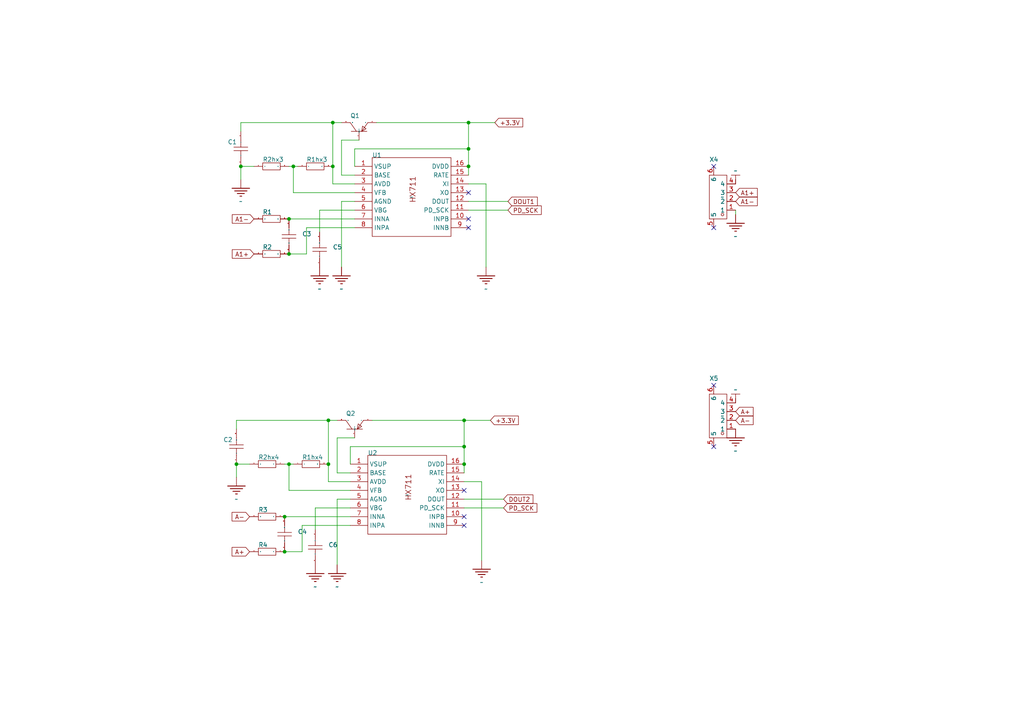
<source format=kicad_sch>
(kicad_sch
	(version 20231120)
	(generator "eeschema")
	(generator_version "8.0")
	(uuid "c2f9115f-3c64-430d-91df-117d67a9c70e")
	(paper "A4")
	(lib_symbols
		(symbol "ProDoc_CAN-easyedapro:5-Voltage"
			(power)
			(pin_numbers hide)
			(pin_names hide)
			(exclude_from_sim no)
			(in_bom yes)
			(on_board yes)
			(property "Reference" "#PWR"
				(at 0 0 0)
				(effects
					(font
						(size 1.27 1.27)
					)
					(hide yes)
				)
			)
			(property "Value" ""
				(at 0 3.81 0)
				(effects
					(font
						(size 1.27 1.27)
					)
				)
			)
			(property "Footprint" "ProDoc_CAN-easyedapro:"
				(at 0 0 0)
				(effects
					(font
						(size 1.27 1.27)
					)
					(hide yes)
				)
			)
			(property "Datasheet" ""
				(at 0 0 0)
				(effects
					(font
						(size 1.27 1.27)
					)
					(hide yes)
				)
			)
			(property "Description" "Power-5V"
				(at 0 0 0)
				(effects
					(font
						(size 1.27 1.27)
					)
					(hide yes)
				)
			)
			(symbol "5-Voltage_1_0"
				(polyline
					(pts
						(xy -1.27 2.54) (xy 1.27 2.54)
					)
					(stroke
						(width 0)
						(type default)
					)
					(fill
						(type none)
					)
				)
				(polyline
					(pts
						(xy 0 2.54) (xy 0 1.27)
					)
					(stroke
						(width 0)
						(type default)
					)
					(fill
						(type none)
					)
				)
				(pin power_in line
					(at 0 0 90)
					(length 1.27)
					(name ""
						(effects
							(font
								(size 1.27 1.27)
							)
						)
					)
					(number "1"
						(effects
							(font
								(size 0.0254 0.0254)
							)
						)
					)
				)
			)
		)
		(symbol "ProDoc_CAN-easyedapro:AFC20-S04ACA-00"
			(exclude_from_sim no)
			(in_bom yes)
			(on_board yes)
			(property "Reference" "X"
				(at 0 0 0)
				(effects
					(font
						(size 1.27 1.27)
					)
				)
			)
			(property "Value" ""
				(at 0 0 0)
				(effects
					(font
						(size 1.27 1.27)
					)
				)
			)
			(property "Footprint" "ProDoc_CAN-easyedapro:CONN-SMD_AFC20-S04ACA-00"
				(at 0 0 0)
				(effects
					(font
						(size 1.27 1.27)
					)
					(hide yes)
				)
			)
			(property "Datasheet" "https://atta.szlcsc.com/upload/public/pdf/source/20210330/C2764211_02EB64B884E80A283E97197BD72D19B1.pdf"
				(at 0 0 0)
				(effects
					(font
						(size 1.27 1.27)
					)
					(hide yes)
				)
			)
			(property "Description" "插针结构:1x4P;间距:2mm;安装方式:卧贴;参考系列:PH;总PIN数:4P;排数:1;每排PIN数:4;行距:-;额定电流:2A;工作温度范围:-20°C~+85°C;"
				(at 0 0 0)
				(effects
					(font
						(size 1.27 1.27)
					)
					(hide yes)
				)
			)
			(property "Manufacturer Part" "AFC20-S04ACA-00"
				(at 0 0 0)
				(effects
					(font
						(size 1.27 1.27)
					)
					(hide yes)
				)
			)
			(property "Manufacturer" "JS(钜硕电子)"
				(at 0 0 0)
				(effects
					(font
						(size 1.27 1.27)
					)
					(hide yes)
				)
			)
			(property "Supplier Part" "C2764213"
				(at 0 0 0)
				(effects
					(font
						(size 1.27 1.27)
					)
					(hide yes)
				)
			)
			(property "Supplier" "LCSC"
				(at 0 0 0)
				(effects
					(font
						(size 1.27 1.27)
					)
					(hide yes)
				)
			)
			(property "LCSC Part Name" "1x4P 间距:2mm 卧贴 系列:PH"
				(at 0 0 0)
				(effects
					(font
						(size 1.27 1.27)
					)
					(hide yes)
				)
			)
			(symbol "AFC20-S04ACA-00_1_0"
				(rectangle
					(start -1.27 -6.35)
					(end 3.81 6.35)
					(stroke
						(width 0)
						(type default)
					)
					(fill
						(type none)
					)
				)
				(circle
					(center 0 5.08)
					(radius 0.381)
					(stroke
						(width 0)
						(type default)
					)
					(fill
						(type none)
					)
				)
				(pin unspecified line
					(at -3.81 3.81 0)
					(length 2.54)
					(name "1"
						(effects
							(font
								(size 1.27 1.27)
							)
						)
					)
					(number "1"
						(effects
							(font
								(size 1.27 1.27)
							)
						)
					)
				)
				(pin unspecified line
					(at -3.81 1.27 0)
					(length 2.54)
					(name "2"
						(effects
							(font
								(size 1.27 1.27)
							)
						)
					)
					(number "2"
						(effects
							(font
								(size 1.27 1.27)
							)
						)
					)
				)
				(pin unspecified line
					(at -3.81 -1.27 0)
					(length 2.54)
					(name "3"
						(effects
							(font
								(size 1.27 1.27)
							)
						)
					)
					(number "3"
						(effects
							(font
								(size 1.27 1.27)
							)
						)
					)
				)
				(pin unspecified line
					(at -3.81 -3.81 0)
					(length 2.54)
					(name "4"
						(effects
							(font
								(size 1.27 1.27)
							)
						)
					)
					(number "4"
						(effects
							(font
								(size 1.27 1.27)
							)
						)
					)
				)
				(pin unspecified line
					(at 2.54 8.89 270)
					(length 2.54)
					(name "5"
						(effects
							(font
								(size 1.27 1.27)
							)
						)
					)
					(number "5"
						(effects
							(font
								(size 1.27 1.27)
							)
						)
					)
				)
				(pin unspecified line
					(at 2.54 -8.89 90)
					(length 2.54)
					(name "6"
						(effects
							(font
								(size 1.27 1.27)
							)
						)
					)
					(number "6"
						(effects
							(font
								(size 1.27 1.27)
							)
						)
					)
				)
			)
		)
		(symbol "ProDoc_CAN-easyedapro:CapAcitance"
			(exclude_from_sim no)
			(in_bom yes)
			(on_board yes)
			(property "Reference" ""
				(at 0 0 0)
				(effects
					(font
						(size 1.27 1.27)
					)
				)
			)
			(property "Value" "100nF"
				(at 0 0 0)
				(effects
					(font
						(size 1.27 1.27)
					)
					(hide yes)
				)
			)
			(property "Footprint" "ProDoc_CAN-easyedapro:C0603"
				(at 0 0 0)
				(effects
					(font
						(size 1.27 1.27)
					)
					(hide yes)
				)
			)
			(property "Datasheet" ""
				(at 0 0 0)
				(effects
					(font
						(size 1.27 1.27)
					)
					(hide yes)
				)
			)
			(property "Description" ""
				(at 0 0 0)
				(effects
					(font
						(size 1.27 1.27)
					)
					(hide yes)
				)
			)
			(symbol "CapAcitance_1_0"
				(polyline
					(pts
						(xy -0.508 -2.032) (xy -0.508 2.032)
					)
					(stroke
						(width 0)
						(type default)
					)
					(fill
						(type none)
					)
				)
				(polyline
					(pts
						(xy -0.508 0) (xy -2.54 0)
					)
					(stroke
						(width 0)
						(type default)
					)
					(fill
						(type none)
					)
				)
				(polyline
					(pts
						(xy 0.508 2.032) (xy 0.508 -2.032)
					)
					(stroke
						(width 0)
						(type default)
					)
					(fill
						(type none)
					)
				)
				(polyline
					(pts
						(xy 2.54 0) (xy 0.508 0)
					)
					(stroke
						(width 0)
						(type default)
					)
					(fill
						(type none)
					)
				)
				(pin input line
					(at -5.08 0 0)
					(length 2.54)
					(name "1"
						(effects
							(font
								(size 0.0254 0.0254)
							)
						)
					)
					(number "1"
						(effects
							(font
								(size 0.0254 0.0254)
							)
						)
					)
				)
				(pin input line
					(at 5.08 0 180)
					(length 2.54)
					(name "2"
						(effects
							(font
								(size 0.0254 0.0254)
							)
						)
					)
					(number "2"
						(effects
							(font
								(size 0.0254 0.0254)
							)
						)
					)
				)
			)
		)
		(symbol "ProDoc_CAN-easyedapro:Ground-GND"
			(power)
			(pin_numbers hide)
			(pin_names hide)
			(exclude_from_sim no)
			(in_bom yes)
			(on_board yes)
			(property "Reference" "#PWR"
				(at 0 0 0)
				(effects
					(font
						(size 1.27 1.27)
					)
					(hide yes)
				)
			)
			(property "Value" ""
				(at 0 -6.35 0)
				(effects
					(font
						(size 1.27 1.27)
					)
					(hide yes)
				)
			)
			(property "Footprint" "ProDoc_CAN-easyedapro:"
				(at 0 0 0)
				(effects
					(font
						(size 1.27 1.27)
					)
					(hide yes)
				)
			)
			(property "Datasheet" ""
				(at 0 0 0)
				(effects
					(font
						(size 1.27 1.27)
					)
					(hide yes)
				)
			)
			(property "Description" ""
				(at 0 0 0)
				(effects
					(font
						(size 1.27 1.27)
					)
					(hide yes)
				)
			)
			(symbol "Ground-GND_1_0"
				(polyline
					(pts
						(xy -2.54 -2.54) (xy 2.54 -2.54)
					)
					(stroke
						(width 0.254)
						(type default)
					)
					(fill
						(type none)
					)
				)
				(polyline
					(pts
						(xy -1.778 -3.302) (xy 1.778 -3.302)
					)
					(stroke
						(width 0.254)
						(type default)
					)
					(fill
						(type none)
					)
				)
				(polyline
					(pts
						(xy -1.016 -4.064) (xy 1.016 -4.064)
					)
					(stroke
						(width 0.254)
						(type default)
					)
					(fill
						(type none)
					)
				)
				(polyline
					(pts
						(xy -0.254 -4.826) (xy 0.254 -4.826)
					)
					(stroke
						(width 0.254)
						(type default)
					)
					(fill
						(type none)
					)
				)
				(pin power_in line
					(at 0 0 270)
					(length 2.54)
					(name ""
						(effects
							(font
								(size 1.27 1.27)
							)
						)
					)
					(number "1"
						(effects
							(font
								(size 0.0254 0.0254)
							)
						)
					)
				)
			)
		)
		(symbol "ProDoc_CAN-easyedapro:HX711"
			(exclude_from_sim no)
			(in_bom yes)
			(on_board yes)
			(property "Reference" "U"
				(at 0 0 0)
				(effects
					(font
						(size 1.27 1.27)
					)
				)
			)
			(property "Value" ""
				(at 0 0 0)
				(effects
					(font
						(size 1.27 1.27)
					)
				)
			)
			(property "Footprint" "ProDoc_CAN-easyedapro:SOP-16_L10.0-W3.9-P1.27-LS6.0-BL"
				(at 0 0 0)
				(effects
					(font
						(size 1.27 1.27)
					)
					(hide yes)
				)
			)
			(property "Datasheet" "https://atta.szlcsc.com/upload/public/pdf/source/20201105/C43656_14FD91CAE53E7DB415D03EABCB162D83.pdf"
				(at 0 0 0)
				(effects
					(font
						(size 1.27 1.27)
					)
					(hide yes)
				)
			)
			(property "Description" "称重AD采集芯片"
				(at 0 0 0)
				(effects
					(font
						(size 1.27 1.27)
					)
					(hide yes)
				)
			)
			(property "Manufacturer Part" "HX711"
				(at 0 0 0)
				(effects
					(font
						(size 1.27 1.27)
					)
					(hide yes)
				)
			)
			(property "Manufacturer" "AVIA(海芯科技)"
				(at 0 0 0)
				(effects
					(font
						(size 1.27 1.27)
					)
					(hide yes)
				)
			)
			(property "Supplier Part" "C43656"
				(at 0 0 0)
				(effects
					(font
						(size 1.27 1.27)
					)
					(hide yes)
				)
			)
			(property "Supplier" "LCSC"
				(at 0 0 0)
				(effects
					(font
						(size 1.27 1.27)
					)
					(hide yes)
				)
			)
			(property "LCSC Part Name" "HX711"
				(at 0 0 0)
				(effects
					(font
						(size 1.27 1.27)
					)
					(hide yes)
				)
			)
			(symbol "HX711_1_0"
				(rectangle
					(start -11.43 -11.43)
					(end 11.43 11.43)
					(stroke
						(width 0)
						(type default)
					)
					(fill
						(type none)
					)
				)
				(text "HX711"
					(at 1.27 -1.7018 900)
					(effects
						(font
							(size 1.5748 1.5748)
						)
						(justify left bottom)
					)
				)
				(pin unspecified line
					(at -16.51 8.89 0)
					(length 5.08)
					(name "VSUP"
						(effects
							(font
								(size 1.27 1.27)
							)
						)
					)
					(number "1"
						(effects
							(font
								(size 1.27 1.27)
							)
						)
					)
				)
				(pin unspecified line
					(at 16.51 -6.35 180)
					(length 5.08)
					(name "INPB"
						(effects
							(font
								(size 1.27 1.27)
							)
						)
					)
					(number "10"
						(effects
							(font
								(size 1.27 1.27)
							)
						)
					)
				)
				(pin unspecified line
					(at 16.51 -3.81 180)
					(length 5.08)
					(name "PD_SCK"
						(effects
							(font
								(size 1.27 1.27)
							)
						)
					)
					(number "11"
						(effects
							(font
								(size 1.27 1.27)
							)
						)
					)
				)
				(pin unspecified line
					(at 16.51 -1.27 180)
					(length 5.08)
					(name "DOUT"
						(effects
							(font
								(size 1.27 1.27)
							)
						)
					)
					(number "12"
						(effects
							(font
								(size 1.27 1.27)
							)
						)
					)
				)
				(pin unspecified line
					(at 16.51 1.27 180)
					(length 5.08)
					(name "XO"
						(effects
							(font
								(size 1.27 1.27)
							)
						)
					)
					(number "13"
						(effects
							(font
								(size 1.27 1.27)
							)
						)
					)
				)
				(pin unspecified line
					(at 16.51 3.81 180)
					(length 5.08)
					(name "XI"
						(effects
							(font
								(size 1.27 1.27)
							)
						)
					)
					(number "14"
						(effects
							(font
								(size 1.27 1.27)
							)
						)
					)
				)
				(pin unspecified line
					(at 16.51 6.35 180)
					(length 5.08)
					(name "RATE"
						(effects
							(font
								(size 1.27 1.27)
							)
						)
					)
					(number "15"
						(effects
							(font
								(size 1.27 1.27)
							)
						)
					)
				)
				(pin unspecified line
					(at 16.51 8.89 180)
					(length 5.08)
					(name "DVDD"
						(effects
							(font
								(size 1.27 1.27)
							)
						)
					)
					(number "16"
						(effects
							(font
								(size 1.27 1.27)
							)
						)
					)
				)
				(pin unspecified line
					(at -16.51 6.35 0)
					(length 5.08)
					(name "BASE"
						(effects
							(font
								(size 1.27 1.27)
							)
						)
					)
					(number "2"
						(effects
							(font
								(size 1.27 1.27)
							)
						)
					)
				)
				(pin unspecified line
					(at -16.51 3.81 0)
					(length 5.08)
					(name "AVDD"
						(effects
							(font
								(size 1.27 1.27)
							)
						)
					)
					(number "3"
						(effects
							(font
								(size 1.27 1.27)
							)
						)
					)
				)
				(pin unspecified line
					(at -16.51 1.27 0)
					(length 5.08)
					(name "VFB"
						(effects
							(font
								(size 1.27 1.27)
							)
						)
					)
					(number "4"
						(effects
							(font
								(size 1.27 1.27)
							)
						)
					)
				)
				(pin unspecified line
					(at -16.51 -1.27 0)
					(length 5.08)
					(name "AGND"
						(effects
							(font
								(size 1.27 1.27)
							)
						)
					)
					(number "5"
						(effects
							(font
								(size 1.27 1.27)
							)
						)
					)
				)
				(pin unspecified line
					(at -16.51 -3.81 0)
					(length 5.08)
					(name "VBG"
						(effects
							(font
								(size 1.27 1.27)
							)
						)
					)
					(number "6"
						(effects
							(font
								(size 1.27 1.27)
							)
						)
					)
				)
				(pin unspecified line
					(at -16.51 -6.35 0)
					(length 5.08)
					(name "INNA"
						(effects
							(font
								(size 1.27 1.27)
							)
						)
					)
					(number "7"
						(effects
							(font
								(size 1.27 1.27)
							)
						)
					)
				)
				(pin unspecified line
					(at -16.51 -8.89 0)
					(length 5.08)
					(name "INPA"
						(effects
							(font
								(size 1.27 1.27)
							)
						)
					)
					(number "8"
						(effects
							(font
								(size 1.27 1.27)
							)
						)
					)
				)
				(pin unspecified line
					(at 16.51 -8.89 180)
					(length 5.08)
					(name "INNB"
						(effects
							(font
								(size 1.27 1.27)
							)
						)
					)
					(number "9"
						(effects
							(font
								(size 1.27 1.27)
							)
						)
					)
				)
			)
		)
		(symbol "ProDoc_CAN-easyedapro:S8550_C105432"
			(exclude_from_sim no)
			(in_bom yes)
			(on_board yes)
			(property "Reference" "Q"
				(at 0 0 0)
				(effects
					(font
						(size 1.27 1.27)
					)
				)
			)
			(property "Value" ""
				(at 0 0 0)
				(effects
					(font
						(size 1.27 1.27)
					)
				)
			)
			(property "Footprint" "ProDoc_CAN-easyedapro:SOT-23-3_L2.9-W1.6-P1.90-LS2.8-BR"
				(at 0 0 0)
				(effects
					(font
						(size 1.27 1.27)
					)
					(hide yes)
				)
			)
			(property "Datasheet" "https://atta.szlcsc.com/upload/public/pdf/source/20171228/C164891_15144412930301213894.pdf"
				(at 0 0 0)
				(effects
					(font
						(size 1.27 1.27)
					)
					(hide yes)
				)
			)
			(property "Description" "晶体管类型:PNP;集电极电流(Ic):500mA;集射极击穿电压(Vceo):25V;功率(Pd):300mW;直流电流增益(hFE@Ic,Vce):120@50mA,1V;"
				(at 0 0 0)
				(effects
					(font
						(size 1.27 1.27)
					)
					(hide yes)
				)
			)
			(property "Manufacturer Part" "S8550"
				(at 0 0 0)
				(effects
					(font
						(size 1.27 1.27)
					)
					(hide yes)
				)
			)
			(property "Manufacturer" "CJ(江苏长电/长晶)"
				(at 0 0 0)
				(effects
					(font
						(size 1.27 1.27)
					)
					(hide yes)
				)
			)
			(property "Supplier Part" "C105432"
				(at 0 0 0)
				(effects
					(font
						(size 1.27 1.27)
					)
					(hide yes)
				)
			)
			(property "Supplier" "LCSC"
				(at 0 0 0)
				(effects
					(font
						(size 1.27 1.27)
					)
					(hide yes)
				)
			)
			(property "LCSC Part Name" "S8550(RANGE:120-200) L档120-200"
				(at 0 0 0)
				(effects
					(font
						(size 1.27 1.27)
					)
					(hide yes)
				)
			)
			(symbol "S8550_C105432_1_0"
				(polyline
					(pts
						(xy 0 -0.762) (xy 2.54 -2.54)
					)
					(stroke
						(width 0)
						(type default)
					)
					(fill
						(type none)
					)
				)
				(polyline
					(pts
						(xy 0 2.286) (xy 0 -2.286)
					)
					(stroke
						(width 0)
						(type default)
					)
					(fill
						(type none)
					)
				)
				(polyline
					(pts
						(xy 2.54 2.54) (xy 0 0.762)
					)
					(stroke
						(width 0)
						(type default)
					)
					(fill
						(type none)
					)
				)
				(polyline
					(pts
						(xy 0 -0.762) (xy 0.762 -2.032) (xy 0.762 -2.032) (xy 1.524 -1.016) (xy 1.524 -1.016) (xy 0 -0.762)
					)
					(stroke
						(width 0)
						(type default)
					)
					(fill
						(type none)
					)
				)
				(pin input line
					(at -2.54 0 0)
					(length 2.54)
					(name "1"
						(effects
							(font
								(size 0.0254 0.0254)
							)
						)
					)
					(number "1"
						(effects
							(font
								(size 0.0254 0.0254)
							)
						)
					)
				)
				(pin input line
					(at 2.54 -5.08 90)
					(length 2.54)
					(name "2"
						(effects
							(font
								(size 0.0254 0.0254)
							)
						)
					)
					(number "2"
						(effects
							(font
								(size 0.0254 0.0254)
							)
						)
					)
				)
				(pin input line
					(at 2.54 5.08 270)
					(length 2.54)
					(name "3"
						(effects
							(font
								(size 0.0254 0.0254)
							)
						)
					)
					(number "3"
						(effects
							(font
								(size 0.0254 0.0254)
							)
						)
					)
				)
			)
		)
		(symbol "ProDoc_CAN-easyedapro:电阻"
			(exclude_from_sim no)
			(in_bom yes)
			(on_board yes)
			(property "Reference" ""
				(at 0 0 0)
				(effects
					(font
						(size 1.27 1.27)
					)
				)
			)
			(property "Value" "10K"
				(at 0 0 0)
				(effects
					(font
						(size 1.27 1.27)
					)
					(hide yes)
				)
			)
			(property "Footprint" "ProDoc_CAN-easyedapro:R0603"
				(at 0 0 0)
				(effects
					(font
						(size 1.27 1.27)
					)
					(hide yes)
				)
			)
			(property "Datasheet" ""
				(at 0 0 0)
				(effects
					(font
						(size 1.27 1.27)
					)
					(hide yes)
				)
			)
			(property "Description" ""
				(at 0 0 0)
				(effects
					(font
						(size 1.27 1.27)
					)
					(hide yes)
				)
			)
			(symbol "电阻_1_0"
				(rectangle
					(start -2.54 1.016)
					(end 2.54 -1.016)
					(stroke
						(width 0)
						(type default)
					)
					(fill
						(type none)
					)
				)
				(pin input line
					(at -5.08 0 0)
					(length 2.54)
					(name "1"
						(effects
							(font
								(size 0.0254 0.0254)
							)
						)
					)
					(number "1"
						(effects
							(font
								(size 0.0254 0.0254)
							)
						)
					)
				)
				(pin input line
					(at 5.08 0 180)
					(length 2.54)
					(name "2"
						(effects
							(font
								(size 0.0254 0.0254)
							)
						)
					)
					(number "2"
						(effects
							(font
								(size 0.0254 0.0254)
							)
						)
					)
				)
			)
		)
	)
	(junction
		(at 135.89 48.26)
		(diameter 0)
		(color 0 0 0 0)
		(uuid "05464233-2229-4ce2-9f0f-50191b2c4945")
	)
	(junction
		(at 82.55 149.86)
		(diameter 0)
		(color 0 0 0 0)
		(uuid "05ccd506-728c-48c1-9a72-b4d749c4bd64")
	)
	(junction
		(at 83.82 73.66)
		(diameter 0)
		(color 0 0 0 0)
		(uuid "40de66ed-37b8-4a0d-9196-a3fa83907efd")
	)
	(junction
		(at 68.58 134.62)
		(diameter 0)
		(color 0 0 0 0)
		(uuid "68e4d39d-4fd6-48c3-b95f-144caf25dc76")
	)
	(junction
		(at 95.25 134.62)
		(diameter 0)
		(color 0 0 0 0)
		(uuid "69827111-9091-439c-a28a-9658f912833e")
	)
	(junction
		(at 96.52 35.56)
		(diameter 0)
		(color 0 0 0 0)
		(uuid "6f7e35e3-1ea7-482c-982f-f270a9984a8e")
	)
	(junction
		(at 82.55 160.02)
		(diameter 0)
		(color 0 0 0 0)
		(uuid "70e879fe-a956-4bb9-9b94-a7e36399448d")
	)
	(junction
		(at 135.89 43.18)
		(diameter 0)
		(color 0 0 0 0)
		(uuid "7f1eaac8-b490-4017-8b18-4bcf3967853f")
	)
	(junction
		(at 83.82 134.62)
		(diameter 0)
		(color 0 0 0 0)
		(uuid "87f877e1-ee9f-4b41-824f-26922724d64d")
	)
	(junction
		(at 134.62 121.92)
		(diameter 0)
		(color 0 0 0 0)
		(uuid "96629ad0-497e-466d-b245-2eb067f6fcfd")
	)
	(junction
		(at 83.82 63.5)
		(diameter 0)
		(color 0 0 0 0)
		(uuid "a3250936-abef-47e0-9fb6-684c9726618d")
	)
	(junction
		(at 134.62 134.62)
		(diameter 0)
		(color 0 0 0 0)
		(uuid "ad35cbb5-688b-4d0e-af62-17116641cb93")
	)
	(junction
		(at 69.85 48.26)
		(diameter 0)
		(color 0 0 0 0)
		(uuid "c174988d-3176-45a1-8569-56dfcb1df7d4")
	)
	(junction
		(at 96.52 48.26)
		(diameter 0)
		(color 0 0 0 0)
		(uuid "d267e63b-7e0e-41d6-aa3c-2726b187e183")
	)
	(junction
		(at 85.09 48.26)
		(diameter 0)
		(color 0 0 0 0)
		(uuid "dbcef610-48ee-439a-96d2-970a842b27ff")
	)
	(junction
		(at 95.25 121.92)
		(diameter 0)
		(color 0 0 0 0)
		(uuid "e520c5d2-ff95-482a-95a4-e32a03e89715")
	)
	(junction
		(at 134.62 129.54)
		(diameter 0)
		(color 0 0 0 0)
		(uuid "f40bfa2f-7ee9-42ad-9de7-3b8f933a33c4")
	)
	(junction
		(at 135.89 35.56)
		(diameter 0)
		(color 0 0 0 0)
		(uuid "fcce16a2-87df-4ee0-b09a-7de3493b6a9e")
	)
	(no_connect
		(at 207.01 48.26)
		(uuid "2c3fe760-4842-49a1-b8ef-3b7100b2f90a")
	)
	(no_connect
		(at 134.62 152.4)
		(uuid "44032de5-3d08-4ac7-ada7-5d92884130c6")
	)
	(no_connect
		(at 207.01 111.76)
		(uuid "576a5a49-715c-4978-bc81-7b8c1040e0a3")
	)
	(no_connect
		(at 207.01 66.04)
		(uuid "9cbe90b1-ca83-4add-82aa-f5f10132c1a9")
	)
	(no_connect
		(at 207.01 129.54)
		(uuid "a63a72ea-8a09-4f6d-990a-0d125ea45d61")
	)
	(no_connect
		(at 135.89 66.04)
		(uuid "b53e8684-ee73-4bad-a234-ea2f88350923")
	)
	(no_connect
		(at 135.89 55.88)
		(uuid "d4bd7b1f-f5f3-409e-ac35-0a56f1942301")
	)
	(no_connect
		(at 134.62 142.24)
		(uuid "d5dec162-d229-4485-8606-6974b41beb2a")
	)
	(no_connect
		(at 134.62 149.86)
		(uuid "d841adbf-62fa-4a70-af4f-d1e345ca9d2f")
	)
	(no_connect
		(at 135.89 63.5)
		(uuid "eafb1384-81ee-4d28-9474-48e1a1358ab7")
	)
	(wire
		(pts
			(xy 102.87 48.26) (xy 102.87 43.18)
		)
		(stroke
			(width 0)
			(type default)
		)
		(uuid "01bc12f7-fa7a-436a-9f5a-6d545f63dcbc")
	)
	(wire
		(pts
			(xy 101.6 149.86) (xy 82.55 149.86)
		)
		(stroke
			(width 0)
			(type default)
		)
		(uuid "034faf3d-3453-45ff-960b-7259dc0e9a49")
	)
	(wire
		(pts
			(xy 97.79 144.78) (xy 97.79 163.83)
		)
		(stroke
			(width 0)
			(type default)
		)
		(uuid "0789a3af-4d35-4bef-a12f-9b3bc46dc3fb")
	)
	(wire
		(pts
			(xy 135.89 58.42) (xy 147.32 58.42)
		)
		(stroke
			(width 0)
			(type default)
		)
		(uuid "0abf09f3-9047-4e6c-b5c6-b25421ce527d")
	)
	(wire
		(pts
			(xy 69.85 35.56) (xy 96.52 35.56)
		)
		(stroke
			(width 0)
			(type default)
		)
		(uuid "1077834d-2ac7-4428-b358-98fb366d5e11")
	)
	(wire
		(pts
			(xy 99.06 50.8) (xy 102.87 50.8)
		)
		(stroke
			(width 0)
			(type default)
		)
		(uuid "1f728e16-6e6a-4d8d-b9dd-3dd13679d58e")
	)
	(wire
		(pts
			(xy 134.62 129.54) (xy 101.6 129.54)
		)
		(stroke
			(width 0)
			(type default)
		)
		(uuid "2620c6ca-2c6b-4359-9251-f8efb466d13f")
	)
	(wire
		(pts
			(xy 101.6 137.16) (xy 97.79 137.16)
		)
		(stroke
			(width 0)
			(type default)
		)
		(uuid "2659e4b3-e528-4d0e-96b1-0afadbaddb67")
	)
	(wire
		(pts
			(xy 101.6 129.54) (xy 101.6 134.62)
		)
		(stroke
			(width 0)
			(type default)
		)
		(uuid "2680a1f8-8d10-434e-b63c-e9951e12a946")
	)
	(wire
		(pts
			(xy 92.71 60.96) (xy 102.87 60.96)
		)
		(stroke
			(width 0)
			(type default)
		)
		(uuid "26ae654e-92b1-4ac0-b618-99eb22d76e88")
	)
	(wire
		(pts
			(xy 102.87 43.18) (xy 135.89 43.18)
		)
		(stroke
			(width 0)
			(type default)
		)
		(uuid "2b269efd-e05b-4a36-a7dc-b6843ef1c525")
	)
	(wire
		(pts
			(xy 213.36 62.23) (xy 213.36 60.96)
		)
		(stroke
			(width 0)
			(type default)
		)
		(uuid "2b6ccb83-1d21-45a1-ac06-d05130e75353")
	)
	(wire
		(pts
			(xy 101.6 147.32) (xy 91.44 147.32)
		)
		(stroke
			(width 0)
			(type default)
		)
		(uuid "306ed898-9cef-4e0d-96a6-bede8e759357")
	)
	(wire
		(pts
			(xy 134.62 121.92) (xy 107.95 121.92)
		)
		(stroke
			(width 0)
			(type default)
		)
		(uuid "32ee2cfe-c859-4515-a44e-1948567110d6")
	)
	(wire
		(pts
			(xy 68.58 134.62) (xy 68.58 138.43)
		)
		(stroke
			(width 0)
			(type default)
		)
		(uuid "3384c033-6f1e-4189-90e2-b4ee985e4857")
	)
	(wire
		(pts
			(xy 146.05 144.78) (xy 134.62 144.78)
		)
		(stroke
			(width 0)
			(type default)
		)
		(uuid "34d29a47-1de2-4fc0-9fe0-3fc258122c07")
	)
	(wire
		(pts
			(xy 99.06 40.64) (xy 104.14 40.64)
		)
		(stroke
			(width 0)
			(type default)
		)
		(uuid "35632283-c98a-461f-b1de-225cb47b473f")
	)
	(wire
		(pts
			(xy 99.06 40.64) (xy 99.06 50.8)
		)
		(stroke
			(width 0)
			(type default)
		)
		(uuid "36042792-6cc7-4998-8e03-99d9bc79e7e2")
	)
	(wire
		(pts
			(xy 134.62 139.7) (xy 139.7 139.7)
		)
		(stroke
			(width 0)
			(type default)
		)
		(uuid "3933a893-1479-4950-81b7-cb68cdce3754")
	)
	(wire
		(pts
			(xy 69.85 52.07) (xy 69.85 48.26)
		)
		(stroke
			(width 0)
			(type default)
		)
		(uuid "4bf25fbc-18d3-4b8a-9fb8-c8a10de0436f")
	)
	(wire
		(pts
			(xy 140.97 53.34) (xy 135.89 53.34)
		)
		(stroke
			(width 0)
			(type default)
		)
		(uuid "4cd8bac9-f7c9-47c6-9ed6-bf2a8f1d8d8d")
	)
	(wire
		(pts
			(xy 102.87 66.04) (xy 88.9 66.04)
		)
		(stroke
			(width 0)
			(type default)
		)
		(uuid "50de436c-6e3c-4d91-83d6-9e40eaf49e9c")
	)
	(wire
		(pts
			(xy 97.79 137.16) (xy 97.79 127)
		)
		(stroke
			(width 0)
			(type default)
		)
		(uuid "53c4243b-2926-44ed-a3ad-b4f55d88b76d")
	)
	(wire
		(pts
			(xy 83.82 142.24) (xy 83.82 134.62)
		)
		(stroke
			(width 0)
			(type default)
		)
		(uuid "55b224c3-2488-4a60-99f0-d38036c3d00a")
	)
	(wire
		(pts
			(xy 83.82 134.62) (xy 85.09 134.62)
		)
		(stroke
			(width 0)
			(type default)
		)
		(uuid "564b6913-256d-4a19-ab92-7144c8bfff26")
	)
	(wire
		(pts
			(xy 135.89 35.56) (xy 135.89 43.18)
		)
		(stroke
			(width 0)
			(type default)
		)
		(uuid "572d3d7b-c2a6-4ae7-8f1c-5c9fb5ce1663")
	)
	(wire
		(pts
			(xy 134.62 129.54) (xy 134.62 121.92)
		)
		(stroke
			(width 0)
			(type default)
		)
		(uuid "5dc0ff2a-d9e0-452b-874d-9811e1d2cf68")
	)
	(wire
		(pts
			(xy 97.79 121.92) (xy 95.25 121.92)
		)
		(stroke
			(width 0)
			(type default)
		)
		(uuid "65d266ea-a4a4-43d4-bdd0-7907f18eb3a7")
	)
	(wire
		(pts
			(xy 95.25 121.92) (xy 68.58 121.92)
		)
		(stroke
			(width 0)
			(type default)
		)
		(uuid "68ce05b3-0576-4904-9165-3cb53da68a8d")
	)
	(wire
		(pts
			(xy 96.52 48.26) (xy 96.52 35.56)
		)
		(stroke
			(width 0)
			(type default)
		)
		(uuid "6d77c48b-5e34-451a-9689-5f3c581333f9")
	)
	(wire
		(pts
			(xy 99.06 58.42) (xy 102.87 58.42)
		)
		(stroke
			(width 0)
			(type default)
		)
		(uuid "70304ea3-1ac8-48ac-9313-28f7fc979619")
	)
	(wire
		(pts
			(xy 85.09 48.26) (xy 85.09 55.88)
		)
		(stroke
			(width 0)
			(type default)
		)
		(uuid "7b5a7c12-788e-4ca7-b48c-5bffcb8e6028")
	)
	(wire
		(pts
			(xy 139.7 139.7) (xy 139.7 162.56)
		)
		(stroke
			(width 0)
			(type default)
		)
		(uuid "7c2d0592-b014-4640-aa31-7ae09430ed00")
	)
	(wire
		(pts
			(xy 95.25 139.7) (xy 101.6 139.7)
		)
		(stroke
			(width 0)
			(type default)
		)
		(uuid "7e2d127d-1cc3-4480-861a-d5cca58bf05b")
	)
	(wire
		(pts
			(xy 109.22 35.56) (xy 135.89 35.56)
		)
		(stroke
			(width 0)
			(type default)
		)
		(uuid "85ff859c-877c-4a77-b7d8-53be8edeec63")
	)
	(wire
		(pts
			(xy 134.62 137.16) (xy 134.62 134.62)
		)
		(stroke
			(width 0)
			(type default)
		)
		(uuid "8af97d34-7cd7-4fbd-9e04-8e55e692d490")
	)
	(wire
		(pts
			(xy 87.63 160.02) (xy 87.63 152.4)
		)
		(stroke
			(width 0)
			(type default)
		)
		(uuid "921d2de7-56db-4707-b442-d39456f332f2")
	)
	(wire
		(pts
			(xy 146.05 147.32) (xy 134.62 147.32)
		)
		(stroke
			(width 0)
			(type default)
		)
		(uuid "92999bfd-a760-4cb5-a747-606b1e918cf2")
	)
	(wire
		(pts
			(xy 86.36 48.26) (xy 85.09 48.26)
		)
		(stroke
			(width 0)
			(type default)
		)
		(uuid "960eef25-d094-4830-94fa-2dadea4ef2ca")
	)
	(wire
		(pts
			(xy 83.82 63.5) (xy 102.87 63.5)
		)
		(stroke
			(width 0)
			(type default)
		)
		(uuid "999f6d11-034a-48e1-a621-428ca41471c7")
	)
	(wire
		(pts
			(xy 101.6 142.24) (xy 83.82 142.24)
		)
		(stroke
			(width 0)
			(type default)
		)
		(uuid "9ef81cc9-f057-4c2f-8d47-63c29536339d")
	)
	(wire
		(pts
			(xy 135.89 43.18) (xy 135.89 48.26)
		)
		(stroke
			(width 0)
			(type default)
		)
		(uuid "a02c1c2b-ee85-4b1b-92be-61010be9b909")
	)
	(wire
		(pts
			(xy 135.89 48.26) (xy 135.89 50.8)
		)
		(stroke
			(width 0)
			(type default)
		)
		(uuid "a27d150d-5ad8-4aa7-8c20-c0eac5bc6316")
	)
	(wire
		(pts
			(xy 95.25 139.7) (xy 95.25 134.62)
		)
		(stroke
			(width 0)
			(type default)
		)
		(uuid "a6b4edcf-95b2-423c-8333-1ffc20eb6f87")
	)
	(wire
		(pts
			(xy 134.62 121.92) (xy 142.24 121.92)
		)
		(stroke
			(width 0)
			(type default)
		)
		(uuid "a75c8fef-c24e-4397-a6d0-216b0b58eb03")
	)
	(wire
		(pts
			(xy 143.51 35.56) (xy 135.89 35.56)
		)
		(stroke
			(width 0)
			(type default)
		)
		(uuid "a787388b-4071-427f-8f59-18ac684e8fea")
	)
	(wire
		(pts
			(xy 87.63 152.4) (xy 101.6 152.4)
		)
		(stroke
			(width 0)
			(type default)
		)
		(uuid "a81bcf75-e46c-420a-b1a8-3fe5529fe503")
	)
	(wire
		(pts
			(xy 88.9 73.66) (xy 83.82 73.66)
		)
		(stroke
			(width 0)
			(type default)
		)
		(uuid "ae6910ad-9ad1-40a1-ab7e-a2bfadf31386")
	)
	(wire
		(pts
			(xy 99.06 77.47) (xy 99.06 58.42)
		)
		(stroke
			(width 0)
			(type default)
		)
		(uuid "b16c2137-d100-44f2-96bc-bf85e1ed8603")
	)
	(wire
		(pts
			(xy 92.71 67.31) (xy 92.71 60.96)
		)
		(stroke
			(width 0)
			(type default)
		)
		(uuid "b9bc2cb9-cb89-46d2-b30b-1c562ff880d3")
	)
	(wire
		(pts
			(xy 69.85 38.1) (xy 69.85 35.56)
		)
		(stroke
			(width 0)
			(type default)
		)
		(uuid "bfd22ce8-d645-422e-af06-f403ad5049f0")
	)
	(wire
		(pts
			(xy 91.44 147.32) (xy 91.44 153.67)
		)
		(stroke
			(width 0)
			(type default)
		)
		(uuid "c4f051a6-f548-4b8c-9b5f-b5d28f288a37")
	)
	(wire
		(pts
			(xy 134.62 134.62) (xy 134.62 129.54)
		)
		(stroke
			(width 0)
			(type default)
		)
		(uuid "c7d87c06-371f-4734-a3db-5ae0bbdece0f")
	)
	(wire
		(pts
			(xy 101.6 144.78) (xy 97.79 144.78)
		)
		(stroke
			(width 0)
			(type default)
		)
		(uuid "cbd6fb86-9250-49cf-857f-cd6fc54513cd")
	)
	(wire
		(pts
			(xy 96.52 35.56) (xy 99.06 35.56)
		)
		(stroke
			(width 0)
			(type default)
		)
		(uuid "d2be747e-fd5f-4269-8fbb-193a8c442f8f")
	)
	(wire
		(pts
			(xy 88.9 66.04) (xy 88.9 73.66)
		)
		(stroke
			(width 0)
			(type default)
		)
		(uuid "d4628ee1-406f-4218-b57a-7f0b657d916d")
	)
	(wire
		(pts
			(xy 82.55 134.62) (xy 83.82 134.62)
		)
		(stroke
			(width 0)
			(type default)
		)
		(uuid "d84feeb9-3888-40c6-81a2-3dfb9b3c4299")
	)
	(wire
		(pts
			(xy 135.89 60.96) (xy 147.32 60.96)
		)
		(stroke
			(width 0)
			(type default)
		)
		(uuid "d90b313d-dcd1-4a73-925a-b3de8b58983f")
	)
	(wire
		(pts
			(xy 140.97 77.47) (xy 140.97 53.34)
		)
		(stroke
			(width 0)
			(type default)
		)
		(uuid "db472318-0518-45f1-8ff6-085de7b2766e")
	)
	(wire
		(pts
			(xy 85.09 55.88) (xy 102.87 55.88)
		)
		(stroke
			(width 0)
			(type default)
		)
		(uuid "dcb06070-e4a6-4880-8d55-acc027468cd7")
	)
	(wire
		(pts
			(xy 68.58 121.92) (xy 68.58 124.46)
		)
		(stroke
			(width 0)
			(type default)
		)
		(uuid "e646706b-7a3a-4a4f-97ce-c9abf91a82e0")
	)
	(wire
		(pts
			(xy 85.09 48.26) (xy 83.82 48.26)
		)
		(stroke
			(width 0)
			(type default)
		)
		(uuid "e7275c27-022e-4207-8215-3fb130dcce97")
	)
	(wire
		(pts
			(xy 102.87 53.34) (xy 96.52 53.34)
		)
		(stroke
			(width 0)
			(type default)
		)
		(uuid "e8aeb0af-652d-4623-b648-d1d3c6ba19dd")
	)
	(wire
		(pts
			(xy 82.55 160.02) (xy 87.63 160.02)
		)
		(stroke
			(width 0)
			(type default)
		)
		(uuid "f240fac5-0e51-482a-b685-adb100731b18")
	)
	(wire
		(pts
			(xy 69.85 48.26) (xy 73.66 48.26)
		)
		(stroke
			(width 0)
			(type default)
		)
		(uuid "f3c84670-df6d-4309-8d21-ba27bfdabd60")
	)
	(wire
		(pts
			(xy 96.52 48.26) (xy 96.52 53.34)
		)
		(stroke
			(width 0)
			(type default)
		)
		(uuid "f3dca1f7-dd4c-49db-af60-5e6923798e53")
	)
	(wire
		(pts
			(xy 95.25 121.92) (xy 95.25 134.62)
		)
		(stroke
			(width 0)
			(type default)
		)
		(uuid "f5d3f866-8dd9-4fc3-a5b9-4fb4435276cc")
	)
	(wire
		(pts
			(xy 102.87 127) (xy 97.79 127)
		)
		(stroke
			(width 0)
			(type default)
		)
		(uuid "f7e32f11-c48e-4bd3-8ce9-d4a6ce84d749")
	)
	(wire
		(pts
			(xy 72.39 134.62) (xy 68.58 134.62)
		)
		(stroke
			(width 0)
			(type default)
		)
		(uuid "fe46194e-eadf-4fe6-b40e-4785556878f7")
	)
	(label ""
		(at 94.615 149.86 0)
		(fields_autoplaced yes)
		(effects
			(font
				(size 1.27 1.27)
			)
			(justify left bottom)
		)
		(uuid "19aa6c92-eb95-4425-8fd4-f6a285c43b4b")
	)
	(label ""
		(at 97.79 130.81 90)
		(fields_autoplaced yes)
		(effects
			(font
				(size 1.27 1.27)
			)
			(justify left bottom)
		)
		(uuid "2514f136-4486-435b-83b1-aeca4dee19c0")
	)
	(label ""
		(at 92.075 142.24 0)
		(fields_autoplaced yes)
		(effects
			(font
				(size 1.27 1.27)
			)
			(justify left bottom)
		)
		(uuid "841f1749-59b6-4186-acca-d13d82395e91")
	)
	(label ""
		(at 94.615 152.4 0)
		(fields_autoplaced yes)
		(effects
			(font
				(size 1.27 1.27)
			)
			(justify left bottom)
		)
		(uuid "dfe53d92-c6c1-4bd5-ae79-939a31476819")
	)
	(label ""
		(at 85.09 121.92 90)
		(fields_autoplaced yes)
		(effects
			(font
				(size 1.27 1.27)
			)
			(justify left bottom)
		)
		(uuid "e219dbff-e363-4dff-86dc-1edd30de2305")
	)
	(global_label "A1+"
		(shape input)
		(at 73.66 73.66 180)
		(effects
			(font
				(size 1.27 1.27)
			)
			(justify right)
		)
		(uuid "20b4f35c-ad08-4598-9396-21da25a68877")
		(property "Intersheetrefs" "${INTERSHEET_REFS}"
			(at 73.66 73.66 0)
			(effects
				(font
					(size 1.27 1.27)
				)
				(hide yes)
			)
		)
	)
	(global_label "PD_SCK"
		(shape input)
		(at 147.32 60.96 0)
		(effects
			(font
				(size 1.27 1.27)
			)
			(justify left)
		)
		(uuid "3650da49-9d25-4360-b0fc-6f65060f67bd")
		(property "Intersheetrefs" "${INTERSHEET_REFS}"
			(at 147.32 60.96 0)
			(effects
				(font
					(size 1.27 1.27)
				)
				(hide yes)
			)
		)
	)
	(global_label "A1+"
		(shape input)
		(at 213.36 55.88 0)
		(effects
			(font
				(size 1.27 1.27)
			)
			(justify left)
		)
		(uuid "4f84d280-f8cb-4e66-a0a4-bca739655fd1")
		(property "Intersheetrefs" "${INTERSHEET_REFS}"
			(at 213.36 55.88 0)
			(effects
				(font
					(size 1.27 1.27)
				)
				(hide yes)
			)
		)
	)
	(global_label "+3.3V"
		(shape input)
		(at 143.51 35.56 0)
		(effects
			(font
				(size 1.27 1.27)
			)
			(justify left)
		)
		(uuid "56a48f8e-fe47-4ec2-aba6-64866a54e238")
		(property "Intersheetrefs" "${INTERSHEET_REFS}"
			(at 143.51 35.56 0)
			(effects
				(font
					(size 1.27 1.27)
				)
				(hide yes)
			)
		)
	)
	(global_label "DOUT1"
		(shape input)
		(at 147.32 58.42 0)
		(effects
			(font
				(size 1.27 1.27)
			)
			(justify left)
		)
		(uuid "62310797-cd01-4252-b7a1-ad38de29ef41")
		(property "Intersheetrefs" "${INTERSHEET_REFS}"
			(at 147.32 58.42 0)
			(effects
				(font
					(size 1.27 1.27)
				)
				(hide yes)
			)
		)
	)
	(global_label "+3.3V"
		(shape input)
		(at 142.24 121.92 0)
		(effects
			(font
				(size 1.27 1.27)
			)
			(justify left)
		)
		(uuid "6fc65f3e-014b-4613-a6ee-34df25b69844")
		(property "Intersheetrefs" "${INTERSHEET_REFS}"
			(at 142.24 121.92 0)
			(effects
				(font
					(size 1.27 1.27)
				)
				(hide yes)
			)
		)
	)
	(global_label "A+"
		(shape input)
		(at 72.39 160.02 180)
		(effects
			(font
				(size 1.27 1.27)
			)
			(justify right)
		)
		(uuid "7d77a3a9-3139-4710-8c9d-e71271e38375")
		(property "Intersheetrefs" "${INTERSHEET_REFS}"
			(at 72.39 160.02 0)
			(effects
				(font
					(size 1.27 1.27)
				)
				(hide yes)
			)
		)
	)
	(global_label "A1-"
		(shape input)
		(at 73.66 63.5 180)
		(effects
			(font
				(size 1.27 1.27)
			)
			(justify right)
		)
		(uuid "8fb0b4cd-d449-4e97-83c7-50b05bc72f20")
		(property "Intersheetrefs" "${INTERSHEET_REFS}"
			(at 73.66 63.5 0)
			(effects
				(font
					(size 1.27 1.27)
				)
				(hide yes)
			)
		)
	)
	(global_label "A1-"
		(shape input)
		(at 213.36 58.42 0)
		(effects
			(font
				(size 1.27 1.27)
			)
			(justify left)
		)
		(uuid "a180a72f-3667-40f4-845c-7145bebddfb4")
		(property "Intersheetrefs" "${INTERSHEET_REFS}"
			(at 213.36 58.42 0)
			(effects
				(font
					(size 1.27 1.27)
				)
				(hide yes)
			)
		)
	)
	(global_label "A-"
		(shape input)
		(at 213.36 121.92 0)
		(effects
			(font
				(size 1.27 1.27)
			)
			(justify left)
		)
		(uuid "b08399dd-af5d-4da5-a98e-01d12d56dac3")
		(property "Intersheetrefs" "${INTERSHEET_REFS}"
			(at 213.36 121.92 0)
			(effects
				(font
					(size 1.27 1.27)
				)
				(hide yes)
			)
		)
	)
	(global_label "DOUT2"
		(shape input)
		(at 146.05 144.78 0)
		(effects
			(font
				(size 1.27 1.27)
			)
			(justify left)
		)
		(uuid "d40181e5-7bbd-4cce-b96e-21cb602e3dc5")
		(property "Intersheetrefs" "${INTERSHEET_REFS}"
			(at 146.05 144.78 0)
			(effects
				(font
					(size 1.27 1.27)
				)
				(hide yes)
			)
		)
	)
	(global_label "A-"
		(shape input)
		(at 72.39 149.86 180)
		(effects
			(font
				(size 1.27 1.27)
			)
			(justify right)
		)
		(uuid "d739c50d-3726-46c7-b965-58dc8ccc6d69")
		(property "Intersheetrefs" "${INTERSHEET_REFS}"
			(at 72.39 149.86 0)
			(effects
				(font
					(size 1.27 1.27)
				)
				(hide yes)
			)
		)
	)
	(global_label "PD_SCK"
		(shape input)
		(at 146.05 147.32 0)
		(effects
			(font
				(size 1.27 1.27)
			)
			(justify left)
		)
		(uuid "eaebfda6-72a8-4447-874f-431961874360")
		(property "Intersheetrefs" "${INTERSHEET_REFS}"
			(at 146.05 147.32 0)
			(effects
				(font
					(size 1.27 1.27)
				)
				(hide yes)
			)
		)
	)
	(global_label "A+"
		(shape input)
		(at 213.36 119.38 0)
		(effects
			(font
				(size 1.27 1.27)
			)
			(justify left)
		)
		(uuid "f07d31dc-264c-4976-9ff5-e4051e65e987")
		(property "Intersheetrefs" "${INTERSHEET_REFS}"
			(at 213.36 119.38 0)
			(effects
				(font
					(size 1.27 1.27)
				)
				(hide yes)
			)
		)
	)
	(symbol
		(lib_id "ProDoc_CAN-easyedapro:5-Voltage")
		(at 213.36 116.84 0)
		(unit 1)
		(exclude_from_sim no)
		(in_bom yes)
		(on_board yes)
		(dnp no)
		(uuid "1c183a37-8cf6-4df8-9515-cae39990701d")
		(property "Reference" "#PWR09"
			(at 213.36 116.84 0)
			(effects
				(font
					(size 1.27 1.27)
				)
				(hide yes)
			)
		)
		(property "Value" "~"
			(at 213.36 113.03 0)
			(effects
				(font
					(size 1.27 1.27)
				)
			)
		)
		(property "Footprint" "ProDoc_CAN-easyedapro:"
			(at 213.36 116.84 0)
			(effects
				(font
					(size 1.27 1.27)
				)
				(hide yes)
			)
		)
		(property "Datasheet" ""
			(at 213.36 116.84 0)
			(effects
				(font
					(size 1.27 1.27)
				)
				(hide yes)
			)
		)
		(property "Description" "Power-5V"
			(at 213.36 116.84 0)
			(effects
				(font
					(size 1.27 1.27)
				)
				(hide yes)
			)
		)
		(pin "1"
			(uuid "fce0e5b6-9fb2-4318-8492-33c8afcec79e")
		)
		(instances
			(project "skateboard"
				(path "/5cdb5c16-5e05-458b-86f0-906cf8114d7e/8fba7f70-ee79-43c5-9a20-c78e89a58965"
					(reference "#PWR09")
					(unit 1)
				)
			)
		)
	)
	(symbol
		(lib_id "ProDoc_CAN-easyedapro:S8550_C105432")
		(at 104.14 38.1 90)
		(unit 1)
		(exclude_from_sim no)
		(in_bom yes)
		(on_board yes)
		(dnp no)
		(uuid "30a20b50-311d-4724-b6a1-54e6283e8599")
		(property "Reference" "Q1"
			(at 101.6 34.29 90)
			(effects
				(font
					(size 1.27 1.27)
				)
				(justify right top)
			)
		)
		(property "Value" "~"
			(at 104.14 38.1 0)
			(effects
				(font
					(size 1.27 1.27)
				)
			)
		)
		(property "Footprint" "ProDoc_CAN-easyedapro:SOT-23-3_L2.9-W1.6-P1.90-LS2.8-BR"
			(at 104.14 38.1 0)
			(effects
				(font
					(size 1.27 1.27)
				)
				(hide yes)
			)
		)
		(property "Datasheet" "https://atta.szlcsc.com/upload/public/pdf/source/20171228/C164891_15144412930301213894.pdf"
			(at 104.14 38.1 0)
			(effects
				(font
					(size 1.27 1.27)
				)
				(hide yes)
			)
		)
		(property "Description" "晶体管类型:PNP;集电极电流(Ic):500mA;集射极击穿电压(Vceo):25V;功率(Pd):300mW;直流电流增益(hFE@Ic,Vce):120@50mA,1V;"
			(at 104.14 38.1 0)
			(effects
				(font
					(size 1.27 1.27)
				)
				(hide yes)
			)
		)
		(property "Manufacturer Part" "S8550"
			(at 104.14 38.1 0)
			(effects
				(font
					(size 1.27 1.27)
				)
				(hide yes)
			)
		)
		(property "Manufacturer" "CJ(江苏长电/长晶)"
			(at 104.14 38.1 0)
			(effects
				(font
					(size 1.27 1.27)
				)
				(hide yes)
			)
		)
		(property "Supplier Part" "C105432"
			(at 104.14 38.1 0)
			(effects
				(font
					(size 1.27 1.27)
				)
				(hide yes)
			)
		)
		(property "Supplier" "LCSC"
			(at 104.14 38.1 0)
			(effects
				(font
					(size 1.27 1.27)
				)
				(hide yes)
			)
		)
		(property "LCSC Part Name" "S8550(RANGE:120-200) L档120-200"
			(at 104.14 38.1 0)
			(effects
				(font
					(size 1.27 1.27)
				)
				(hide yes)
			)
		)
		(pin "2"
			(uuid "b87a71e9-0f11-4508-b134-978da54ab8f8")
		)
		(pin "3"
			(uuid "65981e1f-cec3-4523-8f5e-ec0670d0b37f")
		)
		(pin "1"
			(uuid "eb8a02db-a381-4398-aad7-2c8c03ef8c9e")
		)
		(instances
			(project "skateboard"
				(path "/5cdb5c16-5e05-458b-86f0-906cf8114d7e/8fba7f70-ee79-43c5-9a20-c78e89a58965"
					(reference "Q1")
					(unit 1)
				)
			)
		)
	)
	(symbol
		(lib_id "ProDoc_CAN-easyedapro:AFC20-S04ACA-00")
		(at 209.55 57.15 180)
		(unit 1)
		(exclude_from_sim no)
		(in_bom yes)
		(on_board yes)
		(dnp no)
		(uuid "3b8ec60e-f9da-4359-9249-b7df60fa6774")
		(property "Reference" "X4"
			(at 205.74 46.99 0)
			(effects
				(font
					(size 1.27 1.27)
				)
				(justify right top)
			)
		)
		(property "Value" "~"
			(at 209.55 57.15 0)
			(effects
				(font
					(size 1.27 1.27)
				)
			)
		)
		(property "Footprint" "ProDoc_CAN-easyedapro:CONN-SMD_AFC20-S04ACA-00"
			(at 209.55 57.15 0)
			(effects
				(font
					(size 1.27 1.27)
				)
				(hide yes)
			)
		)
		(property "Datasheet" "https://atta.szlcsc.com/upload/public/pdf/source/20210330/C2764211_02EB64B884E80A283E97197BD72D19B1.pdf"
			(at 209.55 57.15 0)
			(effects
				(font
					(size 1.27 1.27)
				)
				(hide yes)
			)
		)
		(property "Description" "插针结构:1x4P;间距:2mm;安装方式:卧贴;参考系列:PH;总PIN数:4P;排数:1;每排PIN数:4;行距:-;额定电流:2A;工作温度范围:-20°C~+85°C;"
			(at 209.55 57.15 0)
			(effects
				(font
					(size 1.27 1.27)
				)
				(hide yes)
			)
		)
		(property "Manufacturer Part" "AFC20-S04ACA-00"
			(at 209.55 57.15 0)
			(effects
				(font
					(size 1.27 1.27)
				)
				(hide yes)
			)
		)
		(property "Manufacturer" "JS(钜硕电子)"
			(at 209.55 57.15 0)
			(effects
				(font
					(size 1.27 1.27)
				)
				(hide yes)
			)
		)
		(property "Supplier Part" "C2764213"
			(at 209.55 57.15 0)
			(effects
				(font
					(size 1.27 1.27)
				)
				(hide yes)
			)
		)
		(property "Supplier" "LCSC"
			(at 209.55 57.15 0)
			(effects
				(font
					(size 1.27 1.27)
				)
				(hide yes)
			)
		)
		(property "LCSC Part Name" "1x4P 间距:2mm 卧贴 系列:PH"
			(at 209.55 57.15 0)
			(effects
				(font
					(size 1.27 1.27)
				)
				(hide yes)
			)
		)
		(pin "6"
			(uuid "cd82dd40-5162-4a8f-bde5-2f78fa77f39b")
		)
		(pin "1"
			(uuid "54964556-a077-4e86-8568-49c7943f5068")
		)
		(pin "2"
			(uuid "f0cd7abf-6180-4826-8d3d-6c21ef26f2c5")
		)
		(pin "3"
			(uuid "67353579-c73c-48a0-bad2-4601030d7268")
		)
		(pin "4"
			(uuid "c9e65147-e07d-411a-a945-9ac3a5a860e3")
		)
		(pin "5"
			(uuid "282e639f-3f82-407d-be34-cfbd432656eb")
		)
		(instances
			(project "skateboard"
				(path "/5cdb5c16-5e05-458b-86f0-906cf8114d7e/8fba7f70-ee79-43c5-9a20-c78e89a58965"
					(reference "X4")
					(unit 1)
				)
			)
		)
	)
	(symbol
		(lib_id "ProDoc_CAN-easyedapro:5-Voltage")
		(at 213.36 53.34 0)
		(unit 1)
		(exclude_from_sim no)
		(in_bom yes)
		(on_board yes)
		(dnp no)
		(uuid "40d8c5d0-9261-4375-a412-bcdcc59cd668")
		(property "Reference" "#PWR03"
			(at 213.36 53.34 0)
			(effects
				(font
					(size 1.27 1.27)
				)
				(hide yes)
			)
		)
		(property "Value" "~"
			(at 213.36 49.53 0)
			(effects
				(font
					(size 1.27 1.27)
				)
			)
		)
		(property "Footprint" "ProDoc_CAN-easyedapro:"
			(at 213.36 53.34 0)
			(effects
				(font
					(size 1.27 1.27)
				)
				(hide yes)
			)
		)
		(property "Datasheet" ""
			(at 213.36 53.34 0)
			(effects
				(font
					(size 1.27 1.27)
				)
				(hide yes)
			)
		)
		(property "Description" "Power-5V"
			(at 213.36 53.34 0)
			(effects
				(font
					(size 1.27 1.27)
				)
				(hide yes)
			)
		)
		(pin "1"
			(uuid "708aba64-f760-4602-b1dd-68a32fd633e6")
		)
		(instances
			(project "skateboard"
				(path "/5cdb5c16-5e05-458b-86f0-906cf8114d7e/8fba7f70-ee79-43c5-9a20-c78e89a58965"
					(reference "#PWR03")
					(unit 1)
				)
			)
		)
	)
	(symbol
		(lib_id "ProDoc_CAN-easyedapro:HX711")
		(at 118.11 143.51 0)
		(unit 1)
		(exclude_from_sim no)
		(in_bom yes)
		(on_board yes)
		(dnp no)
		(uuid "42020ceb-d67d-4b9e-918a-1f6ed4d3b516")
		(property "Reference" "U2"
			(at 106.68 132.08 0)
			(effects
				(font
					(size 1.27 1.27)
				)
				(justify left bottom)
			)
		)
		(property "Value" "~"
			(at 118.11 143.51 0)
			(effects
				(font
					(size 1.27 1.27)
				)
			)
		)
		(property "Footprint" "ProDoc_CAN-easyedapro:SOP-16_L10.0-W3.9-P1.27-LS6.0-BL"
			(at 118.11 143.51 0)
			(effects
				(font
					(size 1.27 1.27)
				)
				(hide yes)
			)
		)
		(property "Datasheet" "https://atta.szlcsc.com/upload/public/pdf/source/20201105/C43656_14FD91CAE53E7DB415D03EABCB162D83.pdf"
			(at 118.11 143.51 0)
			(effects
				(font
					(size 1.27 1.27)
				)
				(hide yes)
			)
		)
		(property "Description" "称重AD采集芯片"
			(at 118.11 143.51 0)
			(effects
				(font
					(size 1.27 1.27)
				)
				(hide yes)
			)
		)
		(property "Manufacturer Part" "HX711"
			(at 118.11 143.51 0)
			(effects
				(font
					(size 1.27 1.27)
				)
				(hide yes)
			)
		)
		(property "Manufacturer" "AVIA(海芯科技)"
			(at 118.11 143.51 0)
			(effects
				(font
					(size 1.27 1.27)
				)
				(hide yes)
			)
		)
		(property "Supplier Part" "C43656"
			(at 118.11 143.51 0)
			(effects
				(font
					(size 1.27 1.27)
				)
				(hide yes)
			)
		)
		(property "Supplier" "LCSC"
			(at 118.11 143.51 0)
			(effects
				(font
					(size 1.27 1.27)
				)
				(hide yes)
			)
		)
		(property "LCSC Part Name" "HX711"
			(at 118.11 143.51 0)
			(effects
				(font
					(size 1.27 1.27)
				)
				(hide yes)
			)
		)
		(pin "1"
			(uuid "2ffee2e1-aaba-449d-ae63-7fd4099465f2")
		)
		(pin "10"
			(uuid "fdc18c7a-f8a6-4085-8391-a56212a7df74")
		)
		(pin "11"
			(uuid "c3918eef-157a-48b5-b423-330205373da9")
		)
		(pin "2"
			(uuid "e0d612af-0fe0-490d-bebc-d25b8f79ef34")
		)
		(pin "7"
			(uuid "6b111a35-93a7-4fa6-98aa-7a1c7ab61837")
		)
		(pin "8"
			(uuid "46fbc61f-4f80-43ee-a071-ba3a47d854bf")
		)
		(pin "13"
			(uuid "59563a04-6add-4479-b263-73286e0b8c4e")
		)
		(pin "5"
			(uuid "251d2670-5ccc-48e1-a8d5-88a0d5f90b36")
		)
		(pin "12"
			(uuid "36838726-ee4a-4803-8e5d-716406f6ffa2")
		)
		(pin "6"
			(uuid "88e4d1e5-768b-445f-9d80-e76fa686ae04")
		)
		(pin "14"
			(uuid "a4a26bf2-7557-4e77-8256-ea38042b5464")
		)
		(pin "3"
			(uuid "ea51f67d-a519-4868-8008-ed2e47a87c0b")
		)
		(pin "9"
			(uuid "9a6fc4a3-7ac5-4de3-9b92-0b939f7a184e")
		)
		(pin "15"
			(uuid "1573a9ed-4aa9-4ff1-8794-cff77ca76ada")
		)
		(pin "4"
			(uuid "dab5ee2b-c1cf-4a1a-976f-c7ea8a3eca07")
		)
		(pin "16"
			(uuid "be4e5f90-2290-42e5-955d-a78f3e1b57bc")
		)
		(instances
			(project "skateboard"
				(path "/5cdb5c16-5e05-458b-86f0-906cf8114d7e/8fba7f70-ee79-43c5-9a20-c78e89a58965"
					(reference "U2")
					(unit 1)
				)
			)
		)
	)
	(symbol
		(lib_id "ProDoc_CAN-easyedapro:Ground-GND")
		(at 213.36 124.46 0)
		(unit 1)
		(exclude_from_sim no)
		(in_bom yes)
		(on_board yes)
		(dnp no)
		(uuid "4fa907ed-bbd6-4b76-93d1-35958c7c099f")
		(property "Reference" "#PWR010"
			(at 213.36 124.46 0)
			(effects
				(font
					(size 1.27 1.27)
				)
				(hide yes)
			)
		)
		(property "Value" "~"
			(at 213.36 130.81 0)
			(effects
				(font
					(size 1.27 1.27)
				)
			)
		)
		(property "Footprint" "ProDoc_CAN-easyedapro:"
			(at 213.36 124.46 0)
			(effects
				(font
					(size 1.27 1.27)
				)
				(hide yes)
			)
		)
		(property "Datasheet" ""
			(at 213.36 124.46 0)
			(effects
				(font
					(size 1.27 1.27)
				)
				(hide yes)
			)
		)
		(property "Description" ""
			(at 213.36 124.46 0)
			(effects
				(font
					(size 1.27 1.27)
				)
				(hide yes)
			)
		)
		(pin "1"
			(uuid "b6d2ddaa-5776-472a-bd8b-47b4e06a42c7")
		)
		(instances
			(project "skateboard"
				(path "/5cdb5c16-5e05-458b-86f0-906cf8114d7e/8fba7f70-ee79-43c5-9a20-c78e89a58965"
					(reference "#PWR010")
					(unit 1)
				)
			)
		)
	)
	(symbol
		(lib_id "ProDoc_CAN-easyedapro:Ground-GND")
		(at 97.79 163.83 0)
		(unit 1)
		(exclude_from_sim no)
		(in_bom yes)
		(on_board yes)
		(dnp no)
		(uuid "5322fcda-8c0f-4090-9db1-959248ce453c")
		(property "Reference" "#PWR08"
			(at 97.79 163.83 0)
			(effects
				(font
					(size 1.27 1.27)
				)
				(hide yes)
			)
		)
		(property "Value" "~"
			(at 97.79 170.18 0)
			(effects
				(font
					(size 1.27 1.27)
				)
			)
		)
		(property "Footprint" "ProDoc_CAN-easyedapro:"
			(at 97.79 163.83 0)
			(effects
				(font
					(size 1.27 1.27)
				)
				(hide yes)
			)
		)
		(property "Datasheet" ""
			(at 97.79 163.83 0)
			(effects
				(font
					(size 1.27 1.27)
				)
				(hide yes)
			)
		)
		(property "Description" ""
			(at 97.79 163.83 0)
			(effects
				(font
					(size 1.27 1.27)
				)
				(hide yes)
			)
		)
		(pin "1"
			(uuid "b91f7460-b49a-4dfc-9848-2eb3f40a9fdd")
		)
		(instances
			(project "skateboard"
				(path "/5cdb5c16-5e05-458b-86f0-906cf8114d7e/8fba7f70-ee79-43c5-9a20-c78e89a58965"
					(reference "#PWR08")
					(unit 1)
				)
			)
		)
	)
	(symbol
		(lib_id "ProDoc_CAN-easyedapro:电阻")
		(at 77.47 134.62 0)
		(unit 1)
		(exclude_from_sim no)
		(in_bom yes)
		(on_board yes)
		(dnp no)
		(uuid "55919cef-902d-42fe-8012-8519bc448153")
		(property "Reference" "R2hx4"
			(at 74.93 133.35 0)
			(effects
				(font
					(size 1.27 1.27)
				)
				(justify left bottom)
			)
		)
		(property "Value" "20k"
			(at 77.47 134.62 0)
			(effects
				(font
					(size 1.27 1.27)
				)
				(justify left bottom)
				(hide yes)
			)
		)
		(property "Footprint" "ProDoc_CAN-easyedapro:R0603"
			(at 77.47 134.62 0)
			(effects
				(font
					(size 1.27 1.27)
				)
				(hide yes)
			)
		)
		(property "Datasheet" ""
			(at 77.47 134.62 0)
			(effects
				(font
					(size 1.27 1.27)
				)
				(hide yes)
			)
		)
		(property "Description" ""
			(at 77.47 134.62 0)
			(effects
				(font
					(size 1.27 1.27)
				)
				(hide yes)
			)
		)
		(pin "2"
			(uuid "34d0d102-89ff-49a6-9d4f-bc002f439cc3")
		)
		(pin "1"
			(uuid "85b70d68-7dc9-45bc-b84f-1802bcae3c70")
		)
		(instances
			(project "skateboard"
				(path "/5cdb5c16-5e05-458b-86f0-906cf8114d7e/8fba7f70-ee79-43c5-9a20-c78e89a58965"
					(reference "R2hx4")
					(unit 1)
				)
			)
		)
	)
	(symbol
		(lib_id "ProDoc_CAN-easyedapro:Ground-GND")
		(at 92.71 77.47 0)
		(unit 1)
		(exclude_from_sim no)
		(in_bom yes)
		(on_board yes)
		(dnp no)
		(uuid "55df5511-5b9d-45f9-a505-455f162d3e6f")
		(property "Reference" "#PWR05"
			(at 92.71 77.47 0)
			(effects
				(font
					(size 1.27 1.27)
				)
				(hide yes)
			)
		)
		(property "Value" "~"
			(at 92.71 83.82 0)
			(effects
				(font
					(size 1.27 1.27)
				)
			)
		)
		(property "Footprint" "ProDoc_CAN-easyedapro:"
			(at 92.71 77.47 0)
			(effects
				(font
					(size 1.27 1.27)
				)
				(hide yes)
			)
		)
		(property "Datasheet" ""
			(at 92.71 77.47 0)
			(effects
				(font
					(size 1.27 1.27)
				)
				(hide yes)
			)
		)
		(property "Description" ""
			(at 92.71 77.47 0)
			(effects
				(font
					(size 1.27 1.27)
				)
				(hide yes)
			)
		)
		(pin "1"
			(uuid "b23cc760-718c-4f11-a39c-1d05f7324220")
		)
		(instances
			(project "skateboard"
				(path "/5cdb5c16-5e05-458b-86f0-906cf8114d7e/8fba7f70-ee79-43c5-9a20-c78e89a58965"
					(reference "#PWR05")
					(unit 1)
				)
			)
		)
	)
	(symbol
		(lib_id "ProDoc_CAN-easyedapro:Ground-GND")
		(at 69.85 52.07 0)
		(unit 1)
		(exclude_from_sim no)
		(in_bom yes)
		(on_board yes)
		(dnp no)
		(uuid "60b9a5d6-bbf7-4fa3-a6f6-cb8367b56b8c")
		(property "Reference" "#PWR01"
			(at 69.85 52.07 0)
			(effects
				(font
					(size 1.27 1.27)
				)
				(hide yes)
			)
		)
		(property "Value" "~"
			(at 69.85 58.42 0)
			(effects
				(font
					(size 1.27 1.27)
				)
			)
		)
		(property "Footprint" "ProDoc_CAN-easyedapro:"
			(at 69.85 52.07 0)
			(effects
				(font
					(size 1.27 1.27)
				)
				(hide yes)
			)
		)
		(property "Datasheet" ""
			(at 69.85 52.07 0)
			(effects
				(font
					(size 1.27 1.27)
				)
				(hide yes)
			)
		)
		(property "Description" ""
			(at 69.85 52.07 0)
			(effects
				(font
					(size 1.27 1.27)
				)
				(hide yes)
			)
		)
		(pin "1"
			(uuid "1655525e-9839-4e20-9402-dfd1247c107f")
		)
		(instances
			(project "skateboard"
				(path "/5cdb5c16-5e05-458b-86f0-906cf8114d7e/8fba7f70-ee79-43c5-9a20-c78e89a58965"
					(reference "#PWR01")
					(unit 1)
				)
			)
		)
	)
	(symbol
		(lib_id "ProDoc_CAN-easyedapro:CapAcitance")
		(at 82.55 154.94 90)
		(unit 1)
		(exclude_from_sim no)
		(in_bom yes)
		(on_board yes)
		(dnp no)
		(uuid "65ab1b9b-35fb-4209-b772-96ca1d3a486e")
		(property "Reference" "C4"
			(at 86.36 154.94 90)
			(effects
				(font
					(size 1.27 1.27)
				)
				(justify right top)
			)
		)
		(property "Value" "0.1uF/25V"
			(at 82.55 154.94 90)
			(effects
				(font
					(size 1.27 1.27)
				)
				(justify right top)
				(hide yes)
			)
		)
		(property "Footprint" "ProDoc_CAN-easyedapro:C0603"
			(at 82.55 154.94 0)
			(effects
				(font
					(size 1.27 1.27)
				)
				(hide yes)
			)
		)
		(property "Datasheet" ""
			(at 82.55 154.94 0)
			(effects
				(font
					(size 1.27 1.27)
				)
				(hide yes)
			)
		)
		(property "Description" ""
			(at 82.55 154.94 0)
			(effects
				(font
					(size 1.27 1.27)
				)
				(hide yes)
			)
		)
		(pin "1"
			(uuid "37cfb9a6-126e-49f5-b110-a40b76cbb0d4")
		)
		(pin "2"
			(uuid "3f329bec-e031-45dc-840c-505694884a5b")
		)
		(instances
			(project "skateboard"
				(path "/5cdb5c16-5e05-458b-86f0-906cf8114d7e/8fba7f70-ee79-43c5-9a20-c78e89a58965"
					(reference "C4")
					(unit 1)
				)
			)
		)
	)
	(symbol
		(lib_id "ProDoc_CAN-easyedapro:CapAcitance")
		(at 92.71 72.39 90)
		(unit 1)
		(exclude_from_sim no)
		(in_bom yes)
		(on_board yes)
		(dnp no)
		(uuid "66454d3f-3c80-4634-a922-0bde49536e61")
		(property "Reference" "C5"
			(at 96.52 72.39 90)
			(effects
				(font
					(size 1.27 1.27)
				)
				(justify right top)
			)
		)
		(property "Value" "0.1uF/25V"
			(at 92.71 72.39 90)
			(effects
				(font
					(size 1.27 1.27)
				)
				(justify right top)
				(hide yes)
			)
		)
		(property "Footprint" "ProDoc_CAN-easyedapro:C0603"
			(at 92.71 72.39 0)
			(effects
				(font
					(size 1.27 1.27)
				)
				(hide yes)
			)
		)
		(property "Datasheet" ""
			(at 92.71 72.39 0)
			(effects
				(font
					(size 1.27 1.27)
				)
				(hide yes)
			)
		)
		(property "Description" ""
			(at 92.71 72.39 0)
			(effects
				(font
					(size 1.27 1.27)
				)
				(hide yes)
			)
		)
		(pin "2"
			(uuid "b929c20c-9783-4006-a066-e205ebaa2f50")
		)
		(pin "1"
			(uuid "b6910837-29d2-4891-bcaa-f524c93b5fbb")
		)
		(instances
			(project "skateboard"
				(path "/5cdb5c16-5e05-458b-86f0-906cf8114d7e/8fba7f70-ee79-43c5-9a20-c78e89a58965"
					(reference "C5")
					(unit 1)
				)
			)
		)
	)
	(symbol
		(lib_id "ProDoc_CAN-easyedapro:Ground-GND")
		(at 68.58 138.43 0)
		(unit 1)
		(exclude_from_sim no)
		(in_bom yes)
		(on_board yes)
		(dnp no)
		(uuid "6a6c3b2c-ffd2-4f87-b9fc-0332c2bfc99a")
		(property "Reference" "#PWR02"
			(at 68.58 138.43 0)
			(effects
				(font
					(size 1.27 1.27)
				)
				(hide yes)
			)
		)
		(property "Value" "~"
			(at 68.58 144.78 0)
			(effects
				(font
					(size 1.27 1.27)
				)
			)
		)
		(property "Footprint" "ProDoc_CAN-easyedapro:"
			(at 68.58 138.43 0)
			(effects
				(font
					(size 1.27 1.27)
				)
				(hide yes)
			)
		)
		(property "Datasheet" ""
			(at 68.58 138.43 0)
			(effects
				(font
					(size 1.27 1.27)
				)
				(hide yes)
			)
		)
		(property "Description" ""
			(at 68.58 138.43 0)
			(effects
				(font
					(size 1.27 1.27)
				)
				(hide yes)
			)
		)
		(pin "1"
			(uuid "f165f885-8dbf-44cf-a651-4df772d0bb2d")
		)
		(instances
			(project "skateboard"
				(path "/5cdb5c16-5e05-458b-86f0-906cf8114d7e/8fba7f70-ee79-43c5-9a20-c78e89a58965"
					(reference "#PWR02")
					(unit 1)
				)
			)
		)
	)
	(symbol
		(lib_id "ProDoc_CAN-easyedapro:电阻")
		(at 77.47 160.02 0)
		(unit 1)
		(exclude_from_sim no)
		(in_bom yes)
		(on_board yes)
		(dnp no)
		(uuid "6bf8ca10-d529-48d3-b5df-9307638a0b7f")
		(property "Reference" "R4"
			(at 74.93 158.75 0)
			(effects
				(font
					(size 1.27 1.27)
				)
				(justify left bottom)
			)
		)
		(property "Value" "100"
			(at 77.47 160.02 0)
			(effects
				(font
					(size 1.27 1.27)
				)
				(justify left bottom)
				(hide yes)
			)
		)
		(property "Footprint" "ProDoc_CAN-easyedapro:R0603"
			(at 77.47 160.02 0)
			(effects
				(font
					(size 1.27 1.27)
				)
				(hide yes)
			)
		)
		(property "Datasheet" ""
			(at 77.47 160.02 0)
			(effects
				(font
					(size 1.27 1.27)
				)
				(hide yes)
			)
		)
		(property "Description" ""
			(at 77.47 160.02 0)
			(effects
				(font
					(size 1.27 1.27)
				)
				(hide yes)
			)
		)
		(pin "2"
			(uuid "c756ba9d-80b4-464d-9643-63712e048e09")
		)
		(pin "1"
			(uuid "bda476e0-e0da-45ae-b8fd-b9c2f04808f5")
		)
		(instances
			(project "skateboard"
				(path "/5cdb5c16-5e05-458b-86f0-906cf8114d7e/8fba7f70-ee79-43c5-9a20-c78e89a58965"
					(reference "R4")
					(unit 1)
				)
			)
		)
	)
	(symbol
		(lib_id "ProDoc_CAN-easyedapro:电阻")
		(at 90.17 134.62 0)
		(unit 1)
		(exclude_from_sim no)
		(in_bom yes)
		(on_board yes)
		(dnp no)
		(uuid "725b45f2-d83f-4eef-bb50-0385b67cb6a7")
		(property "Reference" "R1hx4"
			(at 87.63 133.35 0)
			(effects
				(font
					(size 1.27 1.27)
				)
				(justify left bottom)
			)
		)
		(property "Value" "20k"
			(at 90.17 134.62 0)
			(effects
				(font
					(size 1.27 1.27)
				)
				(justify left bottom)
				(hide yes)
			)
		)
		(property "Footprint" "ProDoc_CAN-easyedapro:R0603"
			(at 90.17 134.62 0)
			(effects
				(font
					(size 1.27 1.27)
				)
				(hide yes)
			)
		)
		(property "Datasheet" ""
			(at 90.17 134.62 0)
			(effects
				(font
					(size 1.27 1.27)
				)
				(hide yes)
			)
		)
		(property "Description" ""
			(at 90.17 134.62 0)
			(effects
				(font
					(size 1.27 1.27)
				)
				(hide yes)
			)
		)
		(pin "2"
			(uuid "4c1fc793-2ed8-4309-8c72-b09a379a307b")
		)
		(pin "1"
			(uuid "04652f1b-39c4-4a43-b6ea-801101a51a77")
		)
		(instances
			(project "skateboard"
				(path "/5cdb5c16-5e05-458b-86f0-906cf8114d7e/8fba7f70-ee79-43c5-9a20-c78e89a58965"
					(reference "R1hx4")
					(unit 1)
				)
			)
		)
	)
	(symbol
		(lib_id "ProDoc_CAN-easyedapro:CapAcitance")
		(at 83.82 68.58 90)
		(unit 1)
		(exclude_from_sim no)
		(in_bom yes)
		(on_board yes)
		(dnp no)
		(uuid "77ea199f-2b02-482e-be86-1d20fd1f071d")
		(property "Reference" "C3"
			(at 87.63 68.58 90)
			(effects
				(font
					(size 1.27 1.27)
				)
				(justify right top)
			)
		)
		(property "Value" "0.1uF/25V"
			(at 83.82 68.58 90)
			(effects
				(font
					(size 1.27 1.27)
				)
				(justify right top)
				(hide yes)
			)
		)
		(property "Footprint" "ProDoc_CAN-easyedapro:C0603"
			(at 83.82 68.58 0)
			(effects
				(font
					(size 1.27 1.27)
				)
				(hide yes)
			)
		)
		(property "Datasheet" ""
			(at 83.82 68.58 0)
			(effects
				(font
					(size 1.27 1.27)
				)
				(hide yes)
			)
		)
		(property "Description" ""
			(at 83.82 68.58 0)
			(effects
				(font
					(size 1.27 1.27)
				)
				(hide yes)
			)
		)
		(pin "1"
			(uuid "e205ec2a-7eed-4301-8874-5454d05787a1")
		)
		(pin "2"
			(uuid "30dba461-fc98-4fe6-a5df-720723a2b7ef")
		)
		(instances
			(project "skateboard"
				(path "/5cdb5c16-5e05-458b-86f0-906cf8114d7e/8fba7f70-ee79-43c5-9a20-c78e89a58965"
					(reference "C3")
					(unit 1)
				)
			)
		)
	)
	(symbol
		(lib_id "ProDoc_CAN-easyedapro:CapAcitance")
		(at 91.44 158.75 90)
		(unit 1)
		(exclude_from_sim no)
		(in_bom yes)
		(on_board yes)
		(dnp no)
		(uuid "7adba2b7-16c1-4915-82cc-e9361739fcf9")
		(property "Reference" "C6"
			(at 95.25 158.75 90)
			(effects
				(font
					(size 1.27 1.27)
				)
				(justify right top)
			)
		)
		(property "Value" "0.1uF/25V"
			(at 91.44 158.75 90)
			(effects
				(font
					(size 1.27 1.27)
				)
				(justify right top)
				(hide yes)
			)
		)
		(property "Footprint" "ProDoc_CAN-easyedapro:C0603"
			(at 91.44 158.75 0)
			(effects
				(font
					(size 1.27 1.27)
				)
				(hide yes)
			)
		)
		(property "Datasheet" ""
			(at 91.44 158.75 0)
			(effects
				(font
					(size 1.27 1.27)
				)
				(hide yes)
			)
		)
		(property "Description" ""
			(at 91.44 158.75 0)
			(effects
				(font
					(size 1.27 1.27)
				)
				(hide yes)
			)
		)
		(pin "2"
			(uuid "e6ab4573-cb2f-42d4-8cd9-489c3855bebb")
		)
		(pin "1"
			(uuid "bba18bd0-7da8-4fa4-859a-6680531bdbe0")
		)
		(instances
			(project "skateboard"
				(path "/5cdb5c16-5e05-458b-86f0-906cf8114d7e/8fba7f70-ee79-43c5-9a20-c78e89a58965"
					(reference "C6")
					(unit 1)
				)
			)
		)
	)
	(symbol
		(lib_id "ProDoc_CAN-easyedapro:Ground-GND")
		(at 139.7 162.56 0)
		(unit 1)
		(exclude_from_sim no)
		(in_bom yes)
		(on_board yes)
		(dnp no)
		(uuid "81341a1c-3e69-4e6c-84b3-26c1bacf6443")
		(property "Reference" "#PWR012"
			(at 139.7 162.56 0)
			(effects
				(font
					(size 1.27 1.27)
				)
				(hide yes)
			)
		)
		(property "Value" "~"
			(at 139.7 168.91 0)
			(effects
				(font
					(size 1.27 1.27)
				)
			)
		)
		(property "Footprint" "ProDoc_CAN-easyedapro:"
			(at 139.7 162.56 0)
			(effects
				(font
					(size 1.27 1.27)
				)
				(hide yes)
			)
		)
		(property "Datasheet" ""
			(at 139.7 162.56 0)
			(effects
				(font
					(size 1.27 1.27)
				)
				(hide yes)
			)
		)
		(property "Description" ""
			(at 139.7 162.56 0)
			(effects
				(font
					(size 1.27 1.27)
				)
				(hide yes)
			)
		)
		(pin "1"
			(uuid "ea947c51-edaf-4384-a7e6-0e023a9b6621")
		)
		(instances
			(project "skateboard"
				(path "/5cdb5c16-5e05-458b-86f0-906cf8114d7e/8fba7f70-ee79-43c5-9a20-c78e89a58965"
					(reference "#PWR012")
					(unit 1)
				)
			)
		)
	)
	(symbol
		(lib_id "ProDoc_CAN-easyedapro:S8550_C105432")
		(at 102.87 124.46 90)
		(unit 1)
		(exclude_from_sim no)
		(in_bom yes)
		(on_board yes)
		(dnp no)
		(uuid "8dd5fc5f-89db-4a60-9f42-6e2e73fe65e9")
		(property "Reference" "Q2"
			(at 100.33 120.65 90)
			(effects
				(font
					(size 1.27 1.27)
				)
				(justify right top)
			)
		)
		(property "Value" "~"
			(at 102.87 124.46 0)
			(effects
				(font
					(size 1.27 1.27)
				)
			)
		)
		(property "Footprint" "ProDoc_CAN-easyedapro:SOT-23-3_L2.9-W1.6-P1.90-LS2.8-BR"
			(at 102.87 124.46 0)
			(effects
				(font
					(size 1.27 1.27)
				)
				(hide yes)
			)
		)
		(property "Datasheet" "https://atta.szlcsc.com/upload/public/pdf/source/20171228/C164891_15144412930301213894.pdf"
			(at 102.87 124.46 0)
			(effects
				(font
					(size 1.27 1.27)
				)
				(hide yes)
			)
		)
		(property "Description" "晶体管类型:PNP;集电极电流(Ic):500mA;集射极击穿电压(Vceo):25V;功率(Pd):300mW;直流电流增益(hFE@Ic,Vce):120@50mA,1V;"
			(at 102.87 124.46 0)
			(effects
				(font
					(size 1.27 1.27)
				)
				(hide yes)
			)
		)
		(property "Manufacturer Part" "S8550"
			(at 102.87 124.46 0)
			(effects
				(font
					(size 1.27 1.27)
				)
				(hide yes)
			)
		)
		(property "Manufacturer" "CJ(江苏长电/长晶)"
			(at 102.87 124.46 0)
			(effects
				(font
					(size 1.27 1.27)
				)
				(hide yes)
			)
		)
		(property "Supplier Part" "C105432"
			(at 102.87 124.46 0)
			(effects
				(font
					(size 1.27 1.27)
				)
				(hide yes)
			)
		)
		(property "Supplier" "LCSC"
			(at 102.87 124.46 0)
			(effects
				(font
					(size 1.27 1.27)
				)
				(hide yes)
			)
		)
		(property "LCSC Part Name" "S8550(RANGE:120-200) L档120-200"
			(at 102.87 124.46 0)
			(effects
				(font
					(size 1.27 1.27)
				)
				(hide yes)
			)
		)
		(pin "3"
			(uuid "8ff3e41f-f949-456d-ba56-5834f8c56b36")
		)
		(pin "1"
			(uuid "ad5b2e1c-47d1-4a39-b228-49fd7e2b7a9e")
		)
		(pin "2"
			(uuid "bf34612b-2667-40dd-8cbd-b0ee90bc907b")
		)
		(instances
			(project "skateboard"
				(path "/5cdb5c16-5e05-458b-86f0-906cf8114d7e/8fba7f70-ee79-43c5-9a20-c78e89a58965"
					(reference "Q2")
					(unit 1)
				)
			)
		)
	)
	(symbol
		(lib_id "ProDoc_CAN-easyedapro:电阻")
		(at 78.74 73.66 0)
		(unit 1)
		(exclude_from_sim no)
		(in_bom yes)
		(on_board yes)
		(dnp no)
		(uuid "954dea45-a218-4ea1-8dc2-3c692beaaadb")
		(property "Reference" "R2"
			(at 76.2 72.39 0)
			(effects
				(font
					(size 1.27 1.27)
				)
				(justify left bottom)
			)
		)
		(property "Value" "100"
			(at 78.74 73.66 0)
			(effects
				(font
					(size 1.27 1.27)
				)
				(justify left bottom)
				(hide yes)
			)
		)
		(property "Footprint" "ProDoc_CAN-easyedapro:R0603"
			(at 78.74 73.66 0)
			(effects
				(font
					(size 1.27 1.27)
				)
				(hide yes)
			)
		)
		(property "Datasheet" ""
			(at 78.74 73.66 0)
			(effects
				(font
					(size 1.27 1.27)
				)
				(hide yes)
			)
		)
		(property "Description" ""
			(at 78.74 73.66 0)
			(effects
				(font
					(size 1.27 1.27)
				)
				(hide yes)
			)
		)
		(pin "2"
			(uuid "8d9efda4-0f6c-4150-9359-d6f5cff9060c")
		)
		(pin "1"
			(uuid "f48fd74f-ff82-4eea-b37f-5d86f6f905b2")
		)
		(instances
			(project "skateboard"
				(path "/5cdb5c16-5e05-458b-86f0-906cf8114d7e/8fba7f70-ee79-43c5-9a20-c78e89a58965"
					(reference "R2")
					(unit 1)
				)
			)
		)
	)
	(symbol
		(lib_id "ProDoc_CAN-easyedapro:CapAcitance")
		(at 69.85 43.18 90)
		(unit 1)
		(exclude_from_sim no)
		(in_bom yes)
		(on_board yes)
		(dnp no)
		(uuid "a2ba9db2-39f5-4397-bfeb-98040aa56039")
		(property "Reference" "C1"
			(at 66.04 41.91 90)
			(effects
				(font
					(size 1.27 1.27)
				)
				(justify right top)
			)
		)
		(property "Value" "10uF/25V"
			(at 69.85 43.18 90)
			(effects
				(font
					(size 1.27 1.27)
				)
				(justify right top)
				(hide yes)
			)
		)
		(property "Footprint" "ProDoc_CAN-easyedapro:C0603"
			(at 69.85 43.18 0)
			(effects
				(font
					(size 1.27 1.27)
				)
				(hide yes)
			)
		)
		(property "Datasheet" ""
			(at 69.85 43.18 0)
			(effects
				(font
					(size 1.27 1.27)
				)
				(hide yes)
			)
		)
		(property "Description" ""
			(at 69.85 43.18 0)
			(effects
				(font
					(size 1.27 1.27)
				)
				(hide yes)
			)
		)
		(pin "2"
			(uuid "59e2adab-2e5e-4268-835c-f392a114c8a3")
		)
		(pin "1"
			(uuid "a178d274-c173-4441-9109-ec6422b6374c")
		)
		(instances
			(project "skateboard"
				(path "/5cdb5c16-5e05-458b-86f0-906cf8114d7e/8fba7f70-ee79-43c5-9a20-c78e89a58965"
					(reference "C1")
					(unit 1)
				)
			)
		)
	)
	(symbol
		(lib_id "ProDoc_CAN-easyedapro:电阻")
		(at 78.74 48.26 0)
		(unit 1)
		(exclude_from_sim no)
		(in_bom yes)
		(on_board yes)
		(dnp no)
		(uuid "a94b8ace-3bb7-46ef-a6ed-4f8d76996610")
		(property "Reference" "R2hx3"
			(at 76.2 46.99 0)
			(effects
				(font
					(size 1.27 1.27)
				)
				(justify left bottom)
			)
		)
		(property "Value" "20k"
			(at 78.74 48.26 0)
			(effects
				(font
					(size 1.27 1.27)
				)
				(justify left bottom)
				(hide yes)
			)
		)
		(property "Footprint" "ProDoc_CAN-easyedapro:R0603"
			(at 78.74 48.26 0)
			(effects
				(font
					(size 1.27 1.27)
				)
				(hide yes)
			)
		)
		(property "Datasheet" ""
			(at 78.74 48.26 0)
			(effects
				(font
					(size 1.27 1.27)
				)
				(hide yes)
			)
		)
		(property "Description" ""
			(at 78.74 48.26 0)
			(effects
				(font
					(size 1.27 1.27)
				)
				(hide yes)
			)
		)
		(pin "1"
			(uuid "d385c4c6-fc9a-414e-8291-5a8c71423552")
		)
		(pin "2"
			(uuid "9a620ed1-c36c-4c10-a7a5-502baf6cd8bb")
		)
		(instances
			(project "skateboard"
				(path "/5cdb5c16-5e05-458b-86f0-906cf8114d7e/8fba7f70-ee79-43c5-9a20-c78e89a58965"
					(reference "R2hx3")
					(unit 1)
				)
			)
		)
	)
	(symbol
		(lib_id "ProDoc_CAN-easyedapro:CapAcitance")
		(at 68.58 129.54 90)
		(unit 1)
		(exclude_from_sim no)
		(in_bom yes)
		(on_board yes)
		(dnp no)
		(uuid "acd69160-c506-454f-a798-6da81e8f4580")
		(property "Reference" "C2"
			(at 64.77 128.27 90)
			(effects
				(font
					(size 1.27 1.27)
				)
				(justify right top)
			)
		)
		(property "Value" "10uF/25V"
			(at 68.58 129.54 90)
			(effects
				(font
					(size 1.27 1.27)
				)
				(justify right top)
				(hide yes)
			)
		)
		(property "Footprint" "ProDoc_CAN-easyedapro:C0603"
			(at 68.58 129.54 0)
			(effects
				(font
					(size 1.27 1.27)
				)
				(hide yes)
			)
		)
		(property "Datasheet" ""
			(at 68.58 129.54 0)
			(effects
				(font
					(size 1.27 1.27)
				)
				(hide yes)
			)
		)
		(property "Description" ""
			(at 68.58 129.54 0)
			(effects
				(font
					(size 1.27 1.27)
				)
				(hide yes)
			)
		)
		(pin "1"
			(uuid "363cb2c0-3931-424d-ae7d-03aaf6d0e522")
		)
		(pin "2"
			(uuid "47f81c3b-18f5-419d-a5be-256615627c32")
		)
		(instances
			(project "skateboard"
				(path "/5cdb5c16-5e05-458b-86f0-906cf8114d7e/8fba7f70-ee79-43c5-9a20-c78e89a58965"
					(reference "C2")
					(unit 1)
				)
			)
		)
	)
	(symbol
		(lib_id "ProDoc_CAN-easyedapro:HX711")
		(at 119.38 57.15 0)
		(unit 1)
		(exclude_from_sim no)
		(in_bom yes)
		(on_board yes)
		(dnp no)
		(uuid "b0ff4310-f37e-4c7e-a26c-c2f45949f0c3")
		(property "Reference" "U1"
			(at 107.95 45.72 0)
			(effects
				(font
					(size 1.27 1.27)
				)
				(justify left bottom)
			)
		)
		(property "Value" "~"
			(at 119.38 57.15 0)
			(effects
				(font
					(size 1.27 1.27)
				)
			)
		)
		(property "Footprint" "ProDoc_CAN-easyedapro:SOP-16_L10.0-W3.9-P1.27-LS6.0-BL"
			(at 119.38 57.15 0)
			(effects
				(font
					(size 1.27 1.27)
				)
				(hide yes)
			)
		)
		(property "Datasheet" "https://atta.szlcsc.com/upload/public/pdf/source/20201105/C43656_14FD91CAE53E7DB415D03EABCB162D83.pdf"
			(at 119.38 57.15 0)
			(effects
				(font
					(size 1.27 1.27)
				)
				(hide yes)
			)
		)
		(property "Description" "称重AD采集芯片"
			(at 119.38 57.15 0)
			(effects
				(font
					(size 1.27 1.27)
				)
				(hide yes)
			)
		)
		(property "Manufacturer Part" "HX711"
			(at 119.38 57.15 0)
			(effects
				(font
					(size 1.27 1.27)
				)
				(hide yes)
			)
		)
		(property "Manufacturer" "AVIA(海芯科技)"
			(at 119.38 57.15 0)
			(effects
				(font
					(size 1.27 1.27)
				)
				(hide yes)
			)
		)
		(property "Supplier Part" "C43656"
			(at 119.38 57.15 0)
			(effects
				(font
					(size 1.27 1.27)
				)
				(hide yes)
			)
		)
		(property "Supplier" "LCSC"
			(at 119.38 57.15 0)
			(effects
				(font
					(size 1.27 1.27)
				)
				(hide yes)
			)
		)
		(property "LCSC Part Name" "HX711"
			(at 119.38 57.15 0)
			(effects
				(font
					(size 1.27 1.27)
				)
				(hide yes)
			)
		)
		(pin "12"
			(uuid "67f8237d-497d-4d4c-8d4e-e126ea8ac9c1")
		)
		(pin "10"
			(uuid "d8113f45-92ad-403c-85d9-b8ff0d618b73")
		)
		(pin "13"
			(uuid "958e725b-d8b7-4215-9b68-0a55394c591e")
		)
		(pin "15"
			(uuid "34b4f18f-8f06-4821-af8d-8d3ea9bec866")
		)
		(pin "16"
			(uuid "a6b1f650-08f2-480a-9f75-ccd48fb34feb")
		)
		(pin "4"
			(uuid "d733bb2b-1c4a-4413-9c8f-85eaf6537340")
		)
		(pin "5"
			(uuid "ac429e74-0f57-4edb-af62-0b1e21b576f2")
		)
		(pin "7"
			(uuid "0a6b241b-0edf-4e20-ba4b-24c6c58171fd")
		)
		(pin "1"
			(uuid "15c857a9-ba4e-49ec-8807-d69004cd1db1")
		)
		(pin "6"
			(uuid "ca46e6b9-7e64-4fb3-8808-47e85fdac052")
		)
		(pin "3"
			(uuid "4a413d82-0ffd-4e0b-a684-5ba4a3c286e5")
		)
		(pin "8"
			(uuid "93228c1c-ab3c-438d-8c43-24eba76b2c51")
		)
		(pin "2"
			(uuid "973ee531-2f28-4d23-9b08-5c03957807b5")
		)
		(pin "11"
			(uuid "3fec7c99-35e6-46e6-8444-b23c1daf0a07")
		)
		(pin "14"
			(uuid "671f3444-c1e1-45a0-ba5f-df61a8de3297")
		)
		(pin "9"
			(uuid "84a55542-756a-490c-b82c-4cc37c2a463a")
		)
		(instances
			(project "skateboard"
				(path "/5cdb5c16-5e05-458b-86f0-906cf8114d7e/8fba7f70-ee79-43c5-9a20-c78e89a58965"
					(reference "U1")
					(unit 1)
				)
			)
		)
	)
	(symbol
		(lib_id "ProDoc_CAN-easyedapro:Ground-GND")
		(at 91.44 163.83 0)
		(unit 1)
		(exclude_from_sim no)
		(in_bom yes)
		(on_board yes)
		(dnp no)
		(uuid "c706c5e1-9143-4574-a8e4-049ad231d9b8")
		(property "Reference" "#PWR06"
			(at 91.44 163.83 0)
			(effects
				(font
					(size 1.27 1.27)
				)
				(hide yes)
			)
		)
		(property "Value" "~"
			(at 91.44 170.18 0)
			(effects
				(font
					(size 1.27 1.27)
				)
			)
		)
		(property "Footprint" "ProDoc_CAN-easyedapro:"
			(at 91.44 163.83 0)
			(effects
				(font
					(size 1.27 1.27)
				)
				(hide yes)
			)
		)
		(property "Datasheet" ""
			(at 91.44 163.83 0)
			(effects
				(font
					(size 1.27 1.27)
				)
				(hide yes)
			)
		)
		(property "Description" ""
			(at 91.44 163.83 0)
			(effects
				(font
					(size 1.27 1.27)
				)
				(hide yes)
			)
		)
		(pin "1"
			(uuid "2c441838-41ea-4ebc-a0e2-8e6a5a82a03d")
		)
		(instances
			(project "skateboard"
				(path "/5cdb5c16-5e05-458b-86f0-906cf8114d7e/8fba7f70-ee79-43c5-9a20-c78e89a58965"
					(reference "#PWR06")
					(unit 1)
				)
			)
		)
	)
	(symbol
		(lib_id "ProDoc_CAN-easyedapro:电阻")
		(at 91.44 48.26 0)
		(unit 1)
		(exclude_from_sim no)
		(in_bom yes)
		(on_board yes)
		(dnp no)
		(uuid "c89f0800-3d6a-404d-9ce9-05c004c90d42")
		(property "Reference" "R1hx3"
			(at 88.9 46.99 0)
			(effects
				(font
					(size 1.27 1.27)
				)
				(justify left bottom)
			)
		)
		(property "Value" "20k"
			(at 91.44 48.26 0)
			(effects
				(font
					(size 1.27 1.27)
				)
				(justify left bottom)
				(hide yes)
			)
		)
		(property "Footprint" "ProDoc_CAN-easyedapro:R0603"
			(at 91.44 48.26 0)
			(effects
				(font
					(size 1.27 1.27)
				)
				(hide yes)
			)
		)
		(property "Datasheet" ""
			(at 91.44 48.26 0)
			(effects
				(font
					(size 1.27 1.27)
				)
				(hide yes)
			)
		)
		(property "Description" ""
			(at 91.44 48.26 0)
			(effects
				(font
					(size 1.27 1.27)
				)
				(hide yes)
			)
		)
		(pin "1"
			(uuid "f3cbdff8-0772-4923-a535-d26f05f34044")
		)
		(pin "2"
			(uuid "f4b87e3f-e40b-4c75-abbb-1e84060c549e")
		)
		(instances
			(project "skateboard"
				(path "/5cdb5c16-5e05-458b-86f0-906cf8114d7e/8fba7f70-ee79-43c5-9a20-c78e89a58965"
					(reference "R1hx3")
					(unit 1)
				)
			)
		)
	)
	(symbol
		(lib_id "ProDoc_CAN-easyedapro:Ground-GND")
		(at 140.97 77.47 0)
		(unit 1)
		(exclude_from_sim no)
		(in_bom yes)
		(on_board yes)
		(dnp no)
		(uuid "c954ba08-266d-4515-a300-214e96f6ea64")
		(property "Reference" "#PWR011"
			(at 140.97 77.47 0)
			(effects
				(font
					(size 1.27 1.27)
				)
				(hide yes)
			)
		)
		(property "Value" "~"
			(at 140.97 83.82 0)
			(effects
				(font
					(size 1.27 1.27)
				)
			)
		)
		(property "Footprint" "ProDoc_CAN-easyedapro:"
			(at 140.97 77.47 0)
			(effects
				(font
					(size 1.27 1.27)
				)
				(hide yes)
			)
		)
		(property "Datasheet" ""
			(at 140.97 77.47 0)
			(effects
				(font
					(size 1.27 1.27)
				)
				(hide yes)
			)
		)
		(property "Description" ""
			(at 140.97 77.47 0)
			(effects
				(font
					(size 1.27 1.27)
				)
				(hide yes)
			)
		)
		(pin "1"
			(uuid "0d3397c4-7f4b-427c-bb72-7c535c397ded")
		)
		(instances
			(project "skateboard"
				(path "/5cdb5c16-5e05-458b-86f0-906cf8114d7e/8fba7f70-ee79-43c5-9a20-c78e89a58965"
					(reference "#PWR011")
					(unit 1)
				)
			)
		)
	)
	(symbol
		(lib_id "ProDoc_CAN-easyedapro:Ground-GND")
		(at 213.36 62.23 0)
		(unit 1)
		(exclude_from_sim no)
		(in_bom yes)
		(on_board yes)
		(dnp no)
		(uuid "d9d3f99b-b334-4554-9cf5-7f0de954ab67")
		(property "Reference" "#PWR04"
			(at 213.36 62.23 0)
			(effects
				(font
					(size 1.27 1.27)
				)
				(hide yes)
			)
		)
		(property "Value" "~"
			(at 213.36 68.58 0)
			(effects
				(font
					(size 1.27 1.27)
				)
			)
		)
		(property "Footprint" "ProDoc_CAN-easyedapro:"
			(at 213.36 62.23 0)
			(effects
				(font
					(size 1.27 1.27)
				)
				(hide yes)
			)
		)
		(property "Datasheet" ""
			(at 213.36 62.23 0)
			(effects
				(font
					(size 1.27 1.27)
				)
				(hide yes)
			)
		)
		(property "Description" ""
			(at 213.36 62.23 0)
			(effects
				(font
					(size 1.27 1.27)
				)
				(hide yes)
			)
		)
		(pin "1"
			(uuid "424688b6-b468-4d2e-b67f-e7c8a6760e76")
		)
		(instances
			(project "skateboard"
				(path "/5cdb5c16-5e05-458b-86f0-906cf8114d7e/8fba7f70-ee79-43c5-9a20-c78e89a58965"
					(reference "#PWR04")
					(unit 1)
				)
			)
		)
	)
	(symbol
		(lib_id "ProDoc_CAN-easyedapro:电阻")
		(at 77.47 149.86 0)
		(unit 1)
		(exclude_from_sim no)
		(in_bom yes)
		(on_board yes)
		(dnp no)
		(uuid "e9edddf6-ab7f-48a3-a7b7-b525c1854e99")
		(property "Reference" "R3"
			(at 74.93 148.59 0)
			(effects
				(font
					(size 1.27 1.27)
				)
				(justify left bottom)
			)
		)
		(property "Value" "100"
			(at 77.47 149.86 0)
			(effects
				(font
					(size 1.27 1.27)
				)
				(justify left bottom)
				(hide yes)
			)
		)
		(property "Footprint" "ProDoc_CAN-easyedapro:R0603"
			(at 77.47 149.86 0)
			(effects
				(font
					(size 1.27 1.27)
				)
				(hide yes)
			)
		)
		(property "Datasheet" ""
			(at 77.47 149.86 0)
			(effects
				(font
					(size 1.27 1.27)
				)
				(hide yes)
			)
		)
		(property "Description" ""
			(at 77.47 149.86 0)
			(effects
				(font
					(size 1.27 1.27)
				)
				(hide yes)
			)
		)
		(pin "1"
			(uuid "f4e090c5-51cd-4c03-88ae-5b430ced6c89")
		)
		(pin "2"
			(uuid "7d6b5027-0681-4e18-8942-d55af3228af0")
		)
		(instances
			(project "skateboard"
				(path "/5cdb5c16-5e05-458b-86f0-906cf8114d7e/8fba7f70-ee79-43c5-9a20-c78e89a58965"
					(reference "R3")
					(unit 1)
				)
			)
		)
	)
	(symbol
		(lib_id "ProDoc_CAN-easyedapro:Ground-GND")
		(at 99.06 77.47 0)
		(unit 1)
		(exclude_from_sim no)
		(in_bom yes)
		(on_board yes)
		(dnp no)
		(uuid "ec4526d3-3468-4f77-b009-ce33695dc1d0")
		(property "Reference" "#PWR07"
			(at 99.06 77.47 0)
			(effects
				(font
					(size 1.27 1.27)
				)
				(hide yes)
			)
		)
		(property "Value" "~"
			(at 99.06 83.82 0)
			(effects
				(font
					(size 1.27 1.27)
				)
			)
		)
		(property "Footprint" "ProDoc_CAN-easyedapro:"
			(at 99.06 77.47 0)
			(effects
				(font
					(size 1.27 1.27)
				)
				(hide yes)
			)
		)
		(property "Datasheet" ""
			(at 99.06 77.47 0)
			(effects
				(font
					(size 1.27 1.27)
				)
				(hide yes)
			)
		)
		(property "Description" ""
			(at 99.06 77.47 0)
			(effects
				(font
					(size 1.27 1.27)
				)
				(hide yes)
			)
		)
		(pin "1"
			(uuid "3aed1f16-0dc3-4629-943d-29f639f48e90")
		)
		(instances
			(project "skateboard"
				(path "/5cdb5c16-5e05-458b-86f0-906cf8114d7e/8fba7f70-ee79-43c5-9a20-c78e89a58965"
					(reference "#PWR07")
					(unit 1)
				)
			)
		)
	)
	(symbol
		(lib_id "ProDoc_CAN-easyedapro:电阻")
		(at 78.74 63.5 0)
		(unit 1)
		(exclude_from_sim no)
		(in_bom yes)
		(on_board yes)
		(dnp no)
		(uuid "fa76f5a3-e5c0-47c1-8688-551d59719e73")
		(property "Reference" "R1"
			(at 76.2 62.23 0)
			(effects
				(font
					(size 1.27 1.27)
				)
				(justify left bottom)
			)
		)
		(property "Value" "100"
			(at 78.74 63.5 0)
			(effects
				(font
					(size 1.27 1.27)
				)
				(justify left bottom)
				(hide yes)
			)
		)
		(property "Footprint" "ProDoc_CAN-easyedapro:R0603"
			(at 78.74 63.5 0)
			(effects
				(font
					(size 1.27 1.27)
				)
				(hide yes)
			)
		)
		(property "Datasheet" ""
			(at 78.74 63.5 0)
			(effects
				(font
					(size 1.27 1.27)
				)
				(hide yes)
			)
		)
		(property "Description" ""
			(at 78.74 63.5 0)
			(effects
				(font
					(size 1.27 1.27)
				)
				(hide yes)
			)
		)
		(pin "2"
			(uuid "b4921aa0-d28d-4494-8cb7-402e5def5dee")
		)
		(pin "1"
			(uuid "8c0638f0-e46f-4783-8aa9-cce7077d6cc5")
		)
		(instances
			(project "skateboard"
				(path "/5cdb5c16-5e05-458b-86f0-906cf8114d7e/8fba7f70-ee79-43c5-9a20-c78e89a58965"
					(reference "R1")
					(unit 1)
				)
			)
		)
	)
	(symbol
		(lib_id "ProDoc_CAN-easyedapro:AFC20-S04ACA-00")
		(at 209.55 120.65 180)
		(unit 1)
		(exclude_from_sim no)
		(in_bom yes)
		(on_board yes)
		(dnp no)
		(uuid "fcb27679-1534-47ac-9c6b-0f9d35a2838f")
		(property "Reference" "X5"
			(at 205.74 110.49 0)
			(effects
				(font
					(size 1.27 1.27)
				)
				(justify right top)
			)
		)
		(property "Value" "~"
			(at 209.55 120.65 0)
			(effects
				(font
					(size 1.27 1.27)
				)
			)
		)
		(property "Footprint" "ProDoc_CAN-easyedapro:CONN-SMD_AFC20-S04ACA-00"
			(at 209.55 120.65 0)
			(effects
				(font
					(size 1.27 1.27)
				)
				(hide yes)
			)
		)
		(property "Datasheet" "https://atta.szlcsc.com/upload/public/pdf/source/20210330/C2764211_02EB64B884E80A283E97197BD72D19B1.pdf"
			(at 209.55 120.65 0)
			(effects
				(font
					(size 1.27 1.27)
				)
				(hide yes)
			)
		)
		(property "Description" "插针结构:1x4P;间距:2mm;安装方式:卧贴;参考系列:PH;总PIN数:4P;排数:1;每排PIN数:4;行距:-;额定电流:2A;工作温度范围:-20°C~+85°C;"
			(at 209.55 120.65 0)
			(effects
				(font
					(size 1.27 1.27)
				)
				(hide yes)
			)
		)
		(property "Manufacturer Part" "AFC20-S04ACA-00"
			(at 209.55 120.65 0)
			(effects
				(font
					(size 1.27 1.27)
				)
				(hide yes)
			)
		)
		(property "Manufacturer" "JS(钜硕电子)"
			(at 209.55 120.65 0)
			(effects
				(font
					(size 1.27 1.27)
				)
				(hide yes)
			)
		)
		(property "Supplier Part" "C2764213"
			(at 209.55 120.65 0)
			(effects
				(font
					(size 1.27 1.27)
				)
				(hide yes)
			)
		)
		(property "Supplier" "LCSC"
			(at 209.55 120.65 0)
			(effects
				(font
					(size 1.27 1.27)
				)
				(hide yes)
			)
		)
		(property "LCSC Part Name" "1x4P 间距:2mm 卧贴 系列:PH"
			(at 209.55 120.65 0)
			(effects
				(font
					(size 1.27 1.27)
				)
				(hide yes)
			)
		)
		(pin "1"
			(uuid "822e03ce-e99f-48e2-869b-19e2db38dabe")
		)
		(pin "3"
			(uuid "7aa84bdd-b10a-4718-a6ce-1ecd79d7c27b")
		)
		(pin "4"
			(uuid "b5949137-d1fa-469d-b5dc-02a5a67ea0c8")
		)
		(pin "2"
			(uuid "b90041cc-5900-4add-9150-82b3213d12c0")
		)
		(pin "6"
			(uuid "21ce1925-c166-4f91-af04-7d0a2e5887a6")
		)
		(pin "5"
			(uuid "0f283d2f-a3be-41ef-8828-1f9dcc2f0376")
		)
		(instances
			(project "skateboard"
				(path "/5cdb5c16-5e05-458b-86f0-906cf8114d7e/8fba7f70-ee79-43c5-9a20-c78e89a58965"
					(reference "X5")
					(unit 1)
				)
			)
		)
	)
)

</source>
